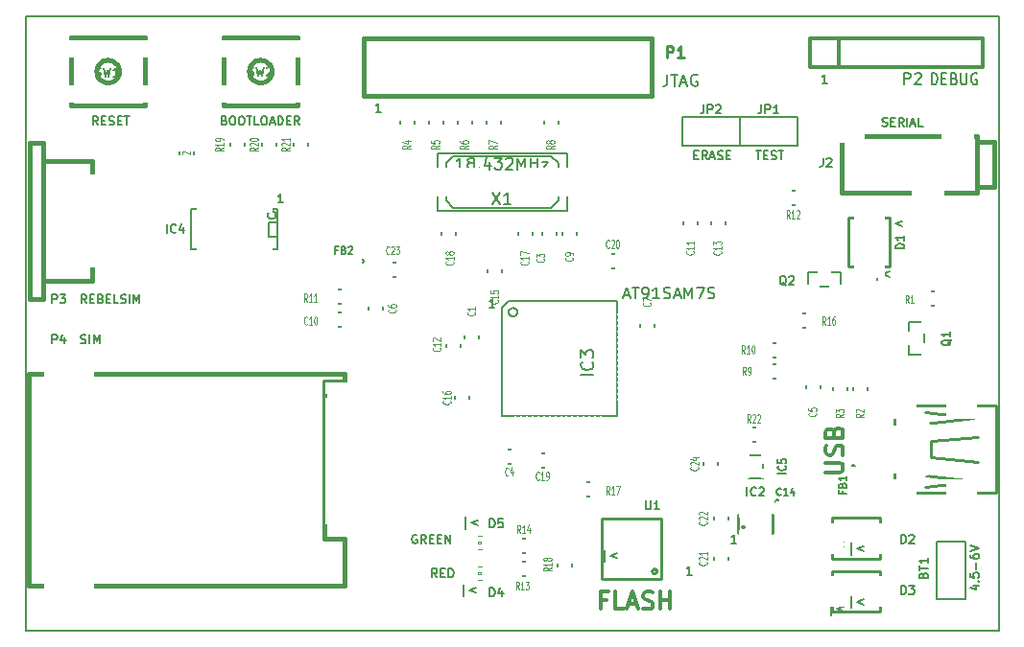
<source format=gto>
G04 (created by PCBNEW-RS274X (2011-05-25)-stable) date Fri 18 May 2012 19:27:03 CEST*
G01*
G70*
G90*
%MOIN*%
G04 Gerber Fmt 3.4, Leading zero omitted, Abs format*
%FSLAX34Y34*%
G04 APERTURE LIST*
%ADD10C,0.006000*%
%ADD11C,0.005900*%
%ADD12C,0.007500*%
%ADD13C,0.008000*%
%ADD14C,0.005000*%
%ADD15C,0.012000*%
%ADD16C,0.015000*%
%ADD17C,0.010000*%
%ADD18C,0.006500*%
%ADD19C,0.002600*%
%ADD20C,0.004000*%
%ADD21C,0.002000*%
%ADD22C,0.004500*%
%ADD23R,0.045000X0.065000*%
%ADD24R,0.065000X0.045000*%
%ADD25R,0.055000X0.075000*%
%ADD26R,0.075000X0.055000*%
%ADD27R,0.066000X0.015800*%
%ADD28O,0.066000X0.015800*%
%ADD29O,0.015800X0.066000*%
%ADD30R,0.080000X0.080000*%
%ADD31C,0.080000*%
%ADD32R,0.051500X0.055400*%
%ADD33R,0.055400X0.051500*%
%ADD34R,0.146000X0.059400*%
%ADD35C,0.055400*%
%ADD36R,0.098700X0.039700*%
%ADD37R,0.106600X0.118400*%
%ADD38R,0.110600X0.059400*%
%ADD39R,0.110600X0.039700*%
%ADD40R,0.177500X0.086900*%
%ADD41R,0.036000X0.094800*%
%ADD42R,0.040000X0.032000*%
%ADD43R,0.043600X0.063300*%
%ADD44R,0.110600X0.079800*%
%ADD45R,0.079800X0.110600*%
%ADD46R,0.057900X0.039700*%
%ADD47R,0.067200X0.067200*%
%ADD48R,0.114500X0.136100*%
%ADD49R,0.114500X0.124300*%
%ADD50C,0.059400*%
%ADD51R,0.236500X0.098700*%
%ADD52R,0.098700X0.043600*%
%ADD53R,0.185400X0.047600*%
G04 APERTURE END LIST*
G54D10*
X34565Y-53920D02*
X34565Y-53493D01*
X35007Y-53621D02*
X34779Y-53707D01*
X35007Y-53792D01*
X42415Y-55770D02*
X42415Y-55343D01*
X42857Y-55471D02*
X42629Y-55557D01*
X42857Y-55642D01*
X42415Y-53520D02*
X42415Y-53093D01*
X42857Y-53221D02*
X42629Y-53307D01*
X42857Y-53392D01*
X44465Y-42370D02*
X44465Y-41943D01*
X44907Y-42071D02*
X44679Y-42157D01*
X44907Y-42242D01*
G54D11*
X44015Y-44121D02*
X44015Y-43693D01*
X44458Y-43821D02*
X44229Y-43907D01*
X44458Y-43993D01*
X43115Y-55521D02*
X43115Y-55093D01*
X43558Y-55221D02*
X43329Y-55307D01*
X43558Y-55393D01*
X43115Y-53671D02*
X43115Y-53243D01*
X43558Y-53371D02*
X43329Y-53457D01*
X43558Y-53543D01*
X39136Y-53271D02*
X38965Y-53271D01*
X39050Y-53271D02*
X39050Y-52972D01*
X39022Y-53014D01*
X38993Y-53043D01*
X38965Y-53057D01*
X29665Y-55120D02*
X29665Y-54693D01*
X30107Y-54821D02*
X29879Y-54907D01*
X30107Y-54992D01*
X29715Y-52770D02*
X29715Y-52343D01*
X30157Y-52471D02*
X29929Y-52557D01*
X30157Y-52642D01*
X37586Y-54371D02*
X37414Y-54371D01*
X37500Y-54371D02*
X37500Y-54071D01*
X37471Y-54114D01*
X37443Y-54143D01*
X37414Y-54157D01*
G54D12*
X23386Y-41421D02*
X23214Y-41421D01*
X23300Y-41421D02*
X23300Y-41121D01*
X23271Y-41164D01*
X23243Y-41193D01*
X23214Y-41207D01*
X30736Y-45071D02*
X30564Y-45071D01*
X30650Y-45071D02*
X30650Y-44771D01*
X30621Y-44814D01*
X30593Y-44843D01*
X30564Y-44857D01*
X42286Y-37271D02*
X42114Y-37271D01*
X42200Y-37271D02*
X42200Y-36971D01*
X42171Y-37014D01*
X42143Y-37043D01*
X42114Y-37057D01*
G54D11*
X26786Y-38271D02*
X26614Y-38271D01*
X26700Y-38271D02*
X26700Y-37971D01*
X26671Y-38014D01*
X26643Y-38043D01*
X26614Y-38057D01*
G54D13*
X14450Y-56300D02*
X14450Y-34950D01*
X48250Y-56300D02*
X14450Y-56300D01*
X48250Y-34950D02*
X48250Y-56300D01*
X15250Y-34950D02*
X48250Y-34950D01*
X14450Y-34950D02*
X15250Y-34950D01*
G54D14*
X33537Y-51150D02*
X34437Y-51150D01*
X34437Y-51150D02*
X34437Y-51650D01*
X34437Y-51650D02*
X33537Y-51650D01*
X33537Y-51650D02*
X33537Y-51150D01*
X41945Y-45787D02*
X41045Y-45787D01*
X41045Y-45787D02*
X41045Y-45287D01*
X41045Y-45287D02*
X41945Y-45287D01*
X41945Y-45287D02*
X41945Y-45787D01*
X32200Y-53600D02*
X31300Y-53600D01*
X31300Y-53600D02*
X31300Y-53100D01*
X31300Y-53100D02*
X32200Y-53100D01*
X32200Y-53100D02*
X32200Y-53600D01*
X32200Y-54400D02*
X31300Y-54400D01*
X31300Y-54400D02*
X31300Y-53900D01*
X31300Y-53900D02*
X32200Y-53900D01*
X32200Y-53900D02*
X32200Y-54400D01*
X40692Y-41017D02*
X41592Y-41017D01*
X41592Y-41017D02*
X41592Y-41517D01*
X41592Y-41517D02*
X40692Y-41517D01*
X40692Y-41517D02*
X40692Y-41017D01*
X24900Y-44450D02*
X25800Y-44450D01*
X25800Y-44450D02*
X25800Y-44950D01*
X25800Y-44950D02*
X24900Y-44950D01*
X24900Y-44950D02*
X24900Y-44450D01*
X40000Y-46300D02*
X40900Y-46300D01*
X40900Y-46300D02*
X40900Y-46800D01*
X40900Y-46800D02*
X40000Y-46800D01*
X40000Y-46800D02*
X40000Y-46300D01*
X40000Y-47050D02*
X40900Y-47050D01*
X40900Y-47050D02*
X40900Y-47550D01*
X40900Y-47550D02*
X40000Y-47550D01*
X40000Y-47550D02*
X40000Y-47050D01*
X32950Y-38200D02*
X32950Y-39100D01*
X32950Y-39100D02*
X32450Y-39100D01*
X32450Y-39100D02*
X32450Y-38200D01*
X32450Y-38200D02*
X32950Y-38200D01*
X30950Y-38200D02*
X30950Y-39100D01*
X30950Y-39100D02*
X30450Y-39100D01*
X30450Y-39100D02*
X30450Y-38200D01*
X30450Y-38200D02*
X30950Y-38200D01*
X29950Y-38200D02*
X29950Y-39100D01*
X29950Y-39100D02*
X29450Y-39100D01*
X29450Y-39100D02*
X29450Y-38200D01*
X29450Y-38200D02*
X29950Y-38200D01*
X28950Y-38200D02*
X28950Y-39100D01*
X28950Y-39100D02*
X28450Y-39100D01*
X28450Y-39100D02*
X28450Y-38200D01*
X28450Y-38200D02*
X28950Y-38200D01*
X27950Y-38200D02*
X27950Y-39100D01*
X27950Y-39100D02*
X27450Y-39100D01*
X27450Y-39100D02*
X27450Y-38200D01*
X27450Y-38200D02*
X27950Y-38200D01*
X42500Y-48350D02*
X42500Y-47450D01*
X42500Y-47450D02*
X43000Y-47450D01*
X43000Y-47450D02*
X43000Y-48350D01*
X43000Y-48350D02*
X42500Y-48350D01*
X43200Y-48350D02*
X43200Y-47450D01*
X43200Y-47450D02*
X43700Y-47450D01*
X43700Y-47450D02*
X43700Y-48350D01*
X43700Y-48350D02*
X43200Y-48350D01*
X46400Y-45000D02*
X45500Y-45000D01*
X45500Y-45000D02*
X45500Y-44500D01*
X45500Y-44500D02*
X46400Y-44500D01*
X46400Y-44500D02*
X46400Y-45000D01*
X27701Y-44013D02*
X26801Y-44013D01*
X26801Y-44013D02*
X26801Y-43513D01*
X26801Y-43513D02*
X27701Y-43513D01*
X27701Y-43513D02*
X27701Y-44013D01*
X38850Y-51950D02*
X38850Y-52850D01*
X38850Y-52850D02*
X38350Y-52850D01*
X38350Y-52850D02*
X38350Y-51950D01*
X38350Y-51950D02*
X38850Y-51950D01*
X38350Y-54250D02*
X38350Y-53350D01*
X38350Y-53350D02*
X38850Y-53350D01*
X38850Y-53350D02*
X38850Y-54250D01*
X38850Y-54250D02*
X38350Y-54250D01*
X34400Y-43200D02*
X35300Y-43200D01*
X35300Y-43200D02*
X35300Y-43700D01*
X35300Y-43700D02*
X34400Y-43700D01*
X34400Y-43700D02*
X34400Y-43200D01*
X32875Y-50650D02*
X31975Y-50650D01*
X31975Y-50650D02*
X31975Y-50150D01*
X31975Y-50150D02*
X32875Y-50150D01*
X32875Y-50150D02*
X32875Y-50650D01*
X29400Y-42050D02*
X29400Y-42950D01*
X29400Y-42950D02*
X28900Y-42950D01*
X28900Y-42950D02*
X28900Y-42050D01*
X28900Y-42050D02*
X29400Y-42050D01*
X31550Y-42950D02*
X31550Y-42050D01*
X31550Y-42050D02*
X32050Y-42050D01*
X32050Y-42050D02*
X32050Y-42950D01*
X32050Y-42950D02*
X31550Y-42950D01*
X29850Y-47750D02*
X29850Y-48650D01*
X29850Y-48650D02*
X29350Y-48650D01*
X29350Y-48650D02*
X29350Y-47750D01*
X29350Y-47750D02*
X29850Y-47750D01*
X30500Y-44250D02*
X30500Y-43350D01*
X30500Y-43350D02*
X31000Y-43350D01*
X31000Y-43350D02*
X31000Y-44250D01*
X31000Y-44250D02*
X30500Y-44250D01*
X38250Y-42600D02*
X38250Y-41700D01*
X38250Y-41700D02*
X38750Y-41700D01*
X38750Y-41700D02*
X38750Y-42600D01*
X38750Y-42600D02*
X38250Y-42600D01*
X29050Y-46850D02*
X29050Y-45950D01*
X29050Y-45950D02*
X29550Y-45950D01*
X29550Y-45950D02*
X29550Y-46850D01*
X29550Y-46850D02*
X29050Y-46850D01*
X37300Y-42600D02*
X37300Y-41700D01*
X37300Y-41700D02*
X37800Y-41700D01*
X37800Y-41700D02*
X37800Y-42600D01*
X37800Y-42600D02*
X37300Y-42600D01*
X25800Y-45750D02*
X24900Y-45750D01*
X24900Y-45750D02*
X24900Y-45250D01*
X24900Y-45250D02*
X25800Y-45250D01*
X25800Y-45250D02*
X25800Y-45750D01*
X33100Y-42950D02*
X33100Y-42050D01*
X33100Y-42050D02*
X33600Y-42050D01*
X33600Y-42050D02*
X33600Y-42950D01*
X33600Y-42950D02*
X33100Y-42950D01*
X35800Y-46175D02*
X35800Y-45275D01*
X35800Y-45275D02*
X36300Y-45275D01*
X36300Y-45275D02*
X36300Y-46175D01*
X36300Y-46175D02*
X35800Y-46175D01*
X26350Y-45550D02*
X26350Y-44650D01*
X26350Y-44650D02*
X26850Y-44650D01*
X26850Y-44650D02*
X26850Y-45550D01*
X26850Y-45550D02*
X26350Y-45550D01*
X41550Y-48300D02*
X41550Y-47400D01*
X41550Y-47400D02*
X42050Y-47400D01*
X42050Y-47400D02*
X42050Y-48300D01*
X42050Y-48300D02*
X41550Y-48300D01*
X31700Y-50525D02*
X30800Y-50525D01*
X30800Y-50525D02*
X30800Y-50025D01*
X30800Y-50025D02*
X31700Y-50025D01*
X31700Y-50025D02*
X31700Y-50525D01*
X32397Y-42954D02*
X32397Y-42054D01*
X32397Y-42054D02*
X32897Y-42054D01*
X32897Y-42054D02*
X32897Y-42954D01*
X32897Y-42954D02*
X32397Y-42954D01*
X29700Y-46550D02*
X29700Y-45650D01*
X29700Y-45650D02*
X30200Y-45650D01*
X30200Y-45650D02*
X30200Y-46550D01*
X30200Y-46550D02*
X29700Y-46550D01*
X26195Y-43453D02*
X26194Y-43462D01*
X26191Y-43472D01*
X26186Y-43480D01*
X26180Y-43488D01*
X26172Y-43494D01*
X26164Y-43499D01*
X26155Y-43501D01*
X26145Y-43502D01*
X26136Y-43502D01*
X26127Y-43499D01*
X26118Y-43494D01*
X26111Y-43488D01*
X26104Y-43481D01*
X26100Y-43472D01*
X26097Y-43463D01*
X26096Y-43453D01*
X26096Y-43444D01*
X26099Y-43435D01*
X26103Y-43426D01*
X26110Y-43419D01*
X26117Y-43412D01*
X26125Y-43408D01*
X26135Y-43405D01*
X26144Y-43404D01*
X26153Y-43404D01*
X26163Y-43407D01*
X26171Y-43411D01*
X26179Y-43417D01*
X26185Y-43425D01*
X26190Y-43433D01*
X26193Y-43442D01*
X26194Y-43452D01*
X26195Y-43453D01*
X25695Y-43453D02*
X26095Y-43453D01*
X26095Y-43453D02*
X26095Y-44053D01*
X26095Y-44053D02*
X25695Y-44053D01*
X25295Y-44053D02*
X24895Y-44053D01*
X24895Y-44053D02*
X24895Y-43453D01*
X24895Y-43453D02*
X25295Y-43453D01*
X43250Y-50600D02*
X43249Y-50609D01*
X43246Y-50619D01*
X43241Y-50627D01*
X43235Y-50635D01*
X43227Y-50641D01*
X43219Y-50646D01*
X43210Y-50648D01*
X43200Y-50649D01*
X43191Y-50649D01*
X43182Y-50646D01*
X43173Y-50641D01*
X43166Y-50635D01*
X43159Y-50628D01*
X43155Y-50619D01*
X43152Y-50610D01*
X43151Y-50600D01*
X43151Y-50591D01*
X43154Y-50582D01*
X43158Y-50573D01*
X43165Y-50566D01*
X43172Y-50559D01*
X43180Y-50555D01*
X43190Y-50552D01*
X43199Y-50551D01*
X43208Y-50551D01*
X43218Y-50554D01*
X43226Y-50558D01*
X43234Y-50564D01*
X43240Y-50572D01*
X43245Y-50580D01*
X43248Y-50589D01*
X43249Y-50599D01*
X43250Y-50600D01*
X43200Y-51050D02*
X43200Y-50650D01*
X43200Y-50650D02*
X43800Y-50650D01*
X43800Y-50650D02*
X43800Y-51050D01*
X43800Y-51450D02*
X43800Y-51850D01*
X43800Y-51850D02*
X43200Y-51850D01*
X43200Y-51850D02*
X43200Y-51450D01*
G54D13*
X31532Y-45232D02*
X31529Y-45261D01*
X31520Y-45289D01*
X31506Y-45315D01*
X31488Y-45337D01*
X31465Y-45356D01*
X31440Y-45370D01*
X31412Y-45378D01*
X31383Y-45381D01*
X31354Y-45379D01*
X31326Y-45371D01*
X31300Y-45357D01*
X31278Y-45339D01*
X31259Y-45316D01*
X31245Y-45291D01*
X31236Y-45263D01*
X31233Y-45234D01*
X31235Y-45205D01*
X31243Y-45177D01*
X31256Y-45151D01*
X31275Y-45128D01*
X31297Y-45109D01*
X31322Y-45095D01*
X31350Y-45086D01*
X31379Y-45083D01*
X31408Y-45085D01*
X31436Y-45093D01*
X31462Y-45106D01*
X31485Y-45124D01*
X31504Y-45146D01*
X31519Y-45171D01*
X31528Y-45199D01*
X31531Y-45228D01*
X31532Y-45232D01*
X34982Y-48832D02*
X34982Y-44832D01*
X34982Y-44832D02*
X31232Y-44832D01*
X31232Y-44832D02*
X30982Y-45082D01*
X30982Y-45082D02*
X30982Y-48832D01*
X30982Y-48832D02*
X34982Y-48832D01*
G54D15*
X41700Y-36700D02*
X41700Y-35700D01*
X41700Y-35700D02*
X47700Y-35700D01*
X47700Y-35700D02*
X47700Y-36700D01*
X47700Y-36700D02*
X41700Y-36700D01*
X42700Y-36700D02*
X42700Y-35700D01*
G54D14*
X42771Y-43844D02*
X42771Y-44356D01*
X42771Y-44356D02*
X41629Y-44356D01*
X41629Y-44356D02*
X41629Y-43844D01*
X41629Y-43844D02*
X42771Y-43844D01*
X45144Y-45579D02*
X45656Y-45579D01*
X45656Y-45579D02*
X45656Y-46721D01*
X45656Y-46721D02*
X45144Y-46721D01*
X45144Y-46721D02*
X45144Y-45579D01*
G54D16*
X17694Y-36850D02*
X17686Y-36926D01*
X17664Y-37000D01*
X17628Y-37068D01*
X17579Y-37127D01*
X17520Y-37176D01*
X17452Y-37213D01*
X17379Y-37235D01*
X17302Y-37243D01*
X17227Y-37237D01*
X17153Y-37215D01*
X17085Y-37179D01*
X17025Y-37131D01*
X16975Y-37072D01*
X16938Y-37005D01*
X16915Y-36931D01*
X16907Y-36855D01*
X16913Y-36779D01*
X16934Y-36705D01*
X16969Y-36637D01*
X17017Y-36577D01*
X17076Y-36527D01*
X17143Y-36489D01*
X17216Y-36466D01*
X17292Y-36457D01*
X17368Y-36462D01*
X17442Y-36483D01*
X17511Y-36518D01*
X17571Y-36565D01*
X17621Y-36623D01*
X17659Y-36690D01*
X17684Y-36763D01*
X17693Y-36839D01*
X17694Y-36850D01*
X18580Y-35669D02*
X16020Y-35669D01*
X16020Y-35669D02*
X16020Y-38031D01*
X16020Y-38031D02*
X18580Y-38031D01*
X18580Y-38031D02*
X18580Y-35669D01*
X22994Y-36850D02*
X22986Y-36926D01*
X22964Y-37000D01*
X22928Y-37068D01*
X22879Y-37127D01*
X22820Y-37176D01*
X22752Y-37213D01*
X22679Y-37235D01*
X22602Y-37243D01*
X22527Y-37237D01*
X22453Y-37215D01*
X22385Y-37179D01*
X22325Y-37131D01*
X22275Y-37072D01*
X22238Y-37005D01*
X22215Y-36931D01*
X22207Y-36855D01*
X22213Y-36779D01*
X22234Y-36705D01*
X22269Y-36637D01*
X22317Y-36577D01*
X22376Y-36527D01*
X22443Y-36489D01*
X22516Y-36466D01*
X22592Y-36457D01*
X22668Y-36462D01*
X22742Y-36483D01*
X22811Y-36518D01*
X22871Y-36565D01*
X22921Y-36623D01*
X22959Y-36690D01*
X22984Y-36763D01*
X22993Y-36839D01*
X22994Y-36850D01*
X23880Y-35669D02*
X21320Y-35669D01*
X21320Y-35669D02*
X21320Y-38031D01*
X21320Y-38031D02*
X23880Y-38031D01*
X23880Y-38031D02*
X23880Y-35669D01*
G54D17*
X47540Y-50433D02*
X45886Y-50276D01*
X45886Y-50276D02*
X45886Y-49724D01*
X45886Y-49724D02*
X47540Y-49567D01*
X45689Y-49094D02*
X47382Y-48898D01*
X47382Y-48898D02*
X45689Y-48701D01*
X45689Y-51299D02*
X47382Y-51102D01*
X47382Y-51102D02*
X45689Y-50906D01*
X48170Y-51516D02*
X48170Y-48484D01*
X48170Y-48484D02*
X44626Y-48484D01*
X44626Y-48484D02*
X44626Y-51516D01*
X44626Y-51516D02*
X48170Y-51516D01*
G54D16*
X25541Y-53097D02*
X24824Y-53097D01*
X24824Y-53097D02*
X24824Y-47637D01*
X24824Y-47637D02*
X25541Y-47637D01*
X25541Y-47637D02*
X25541Y-47369D01*
X25541Y-47369D02*
X14576Y-47369D01*
X14576Y-47369D02*
X14576Y-51215D01*
X14576Y-51215D02*
X14576Y-54731D01*
X14576Y-54731D02*
X25541Y-54731D01*
X25541Y-54731D02*
X25541Y-53097D01*
G54D18*
X20200Y-43050D02*
X23200Y-43050D01*
X23200Y-41650D02*
X20200Y-41650D01*
X20200Y-43050D02*
X20200Y-41650D01*
G54D10*
X23200Y-41650D02*
X23200Y-43050D01*
G54D14*
X23141Y-41850D02*
X23138Y-41877D01*
X23130Y-41903D01*
X23117Y-41928D01*
X23100Y-41949D01*
X23078Y-41966D01*
X23054Y-41979D01*
X23028Y-41988D01*
X23000Y-41990D01*
X22974Y-41988D01*
X22948Y-41980D01*
X22923Y-41967D01*
X22902Y-41950D01*
X22884Y-41929D01*
X22871Y-41905D01*
X22863Y-41879D01*
X22860Y-41851D01*
X22862Y-41825D01*
X22869Y-41799D01*
X22882Y-41774D01*
X22899Y-41753D01*
X22920Y-41735D01*
X22944Y-41721D01*
X22970Y-41713D01*
X22998Y-41710D01*
X23024Y-41712D01*
X23050Y-41719D01*
X23075Y-41731D01*
X23097Y-41748D01*
X23115Y-41769D01*
X23128Y-41793D01*
X23137Y-41819D01*
X23140Y-41847D01*
X23141Y-41850D01*
X23200Y-42600D02*
X22900Y-42600D01*
X22900Y-42600D02*
X22900Y-42100D01*
X22900Y-42100D02*
X23200Y-42100D01*
X40200Y-49750D02*
X39300Y-49750D01*
X39300Y-49750D02*
X39300Y-49250D01*
X39300Y-49250D02*
X40200Y-49250D01*
X40200Y-49250D02*
X40200Y-49750D01*
X24250Y-38950D02*
X24250Y-39850D01*
X24250Y-39850D02*
X23750Y-39850D01*
X23750Y-39850D02*
X23750Y-38950D01*
X23750Y-38950D02*
X24250Y-38950D01*
X22650Y-39850D02*
X22650Y-38950D01*
X22650Y-38950D02*
X23150Y-38950D01*
X23150Y-38950D02*
X23150Y-39850D01*
X23150Y-39850D02*
X22650Y-39850D01*
X22050Y-38950D02*
X22050Y-39850D01*
X22050Y-39850D02*
X21550Y-39850D01*
X21550Y-39850D02*
X21550Y-38950D01*
X21550Y-38950D02*
X22050Y-38950D01*
X38500Y-50050D02*
X38500Y-50950D01*
X38500Y-50950D02*
X38000Y-50950D01*
X38000Y-50950D02*
X38000Y-50050D01*
X38000Y-50050D02*
X38500Y-50050D01*
G54D10*
X40050Y-51000D02*
X40050Y-50200D01*
X40050Y-50200D02*
X39550Y-50200D01*
X39550Y-50200D02*
X39550Y-51000D01*
X39550Y-51000D02*
X40050Y-51000D01*
G54D17*
X39394Y-52698D02*
X39393Y-52703D01*
X39391Y-52708D01*
X39389Y-52712D01*
X39386Y-52717D01*
X39382Y-52720D01*
X39377Y-52722D01*
X39372Y-52724D01*
X39367Y-52724D01*
X39362Y-52724D01*
X39357Y-52723D01*
X39353Y-52720D01*
X39349Y-52717D01*
X39345Y-52713D01*
X39343Y-52708D01*
X39341Y-52703D01*
X39341Y-52698D01*
X39341Y-52694D01*
X39342Y-52689D01*
X39345Y-52684D01*
X39348Y-52680D01*
X39352Y-52676D01*
X39357Y-52674D01*
X39362Y-52672D01*
X39367Y-52672D01*
X39371Y-52672D01*
X39376Y-52673D01*
X39381Y-52676D01*
X39385Y-52679D01*
X39389Y-52683D01*
X39391Y-52688D01*
X39393Y-52693D01*
X39393Y-52698D01*
X39394Y-52698D01*
X39209Y-52285D02*
X40391Y-52285D01*
X40391Y-52285D02*
X40391Y-52915D01*
X40391Y-52915D02*
X39209Y-52915D01*
X39209Y-52915D02*
X39209Y-52285D01*
X43041Y-43646D02*
X43041Y-41954D01*
X43041Y-41954D02*
X44459Y-41954D01*
X44459Y-41954D02*
X44459Y-43646D01*
X44459Y-43646D02*
X43041Y-43646D01*
G54D10*
X46100Y-53200D02*
X47100Y-53200D01*
X47100Y-53200D02*
X47100Y-55200D01*
X47100Y-55200D02*
X46100Y-55200D01*
X46100Y-55200D02*
X46100Y-53200D01*
G54D17*
X44146Y-53809D02*
X42454Y-53809D01*
X42454Y-53809D02*
X42454Y-52391D01*
X42454Y-52391D02*
X44146Y-52391D01*
X44146Y-52391D02*
X44146Y-53809D01*
X44146Y-55659D02*
X42454Y-55659D01*
X42454Y-55659D02*
X42454Y-54241D01*
X42454Y-54241D02*
X44146Y-54241D01*
X44146Y-54241D02*
X44146Y-55659D01*
X36366Y-54237D02*
X36364Y-54252D01*
X36360Y-54267D01*
X36352Y-54280D01*
X36343Y-54292D01*
X36331Y-54302D01*
X36317Y-54309D01*
X36302Y-54314D01*
X36287Y-54315D01*
X36273Y-54314D01*
X36258Y-54310D01*
X36244Y-54303D01*
X36232Y-54293D01*
X36222Y-54281D01*
X36215Y-54268D01*
X36210Y-54253D01*
X36209Y-54238D01*
X36210Y-54223D01*
X36214Y-54208D01*
X36221Y-54195D01*
X36231Y-54183D01*
X36242Y-54173D01*
X36256Y-54165D01*
X36271Y-54160D01*
X36286Y-54159D01*
X36300Y-54160D01*
X36315Y-54164D01*
X36329Y-54171D01*
X36341Y-54180D01*
X36351Y-54192D01*
X36359Y-54205D01*
X36364Y-54220D01*
X36365Y-54235D01*
X36366Y-54237D01*
X36543Y-52407D02*
X36543Y-54493D01*
X36543Y-54493D02*
X34457Y-54493D01*
X34457Y-54493D02*
X34457Y-52407D01*
X34457Y-52407D02*
X36543Y-52407D01*
G54D19*
X30054Y-53132D02*
X30054Y-53004D01*
X30054Y-53004D02*
X29857Y-53004D01*
X29857Y-53132D02*
X29857Y-53004D01*
X30054Y-53132D02*
X29857Y-53132D01*
X30054Y-53377D02*
X30054Y-53318D01*
X30054Y-53318D02*
X29955Y-53318D01*
X29955Y-53377D02*
X29955Y-53318D01*
X30054Y-53377D02*
X29955Y-53377D01*
X30054Y-53182D02*
X30054Y-53123D01*
X30054Y-53123D02*
X29955Y-53123D01*
X29955Y-53182D02*
X29955Y-53123D01*
X30054Y-53182D02*
X29955Y-53182D01*
X30054Y-53328D02*
X30054Y-53172D01*
X30054Y-53172D02*
X29985Y-53172D01*
X29985Y-53328D02*
X29985Y-53172D01*
X30054Y-53328D02*
X29985Y-53328D01*
X30643Y-53132D02*
X30643Y-53004D01*
X30643Y-53004D02*
X30446Y-53004D01*
X30446Y-53132D02*
X30446Y-53004D01*
X30643Y-53132D02*
X30446Y-53132D01*
X30643Y-53496D02*
X30643Y-53368D01*
X30643Y-53368D02*
X30446Y-53368D01*
X30446Y-53496D02*
X30446Y-53368D01*
X30643Y-53496D02*
X30446Y-53496D01*
X30545Y-53182D02*
X30545Y-53123D01*
X30545Y-53123D02*
X30446Y-53123D01*
X30446Y-53182D02*
X30446Y-53123D01*
X30545Y-53182D02*
X30446Y-53182D01*
X30545Y-53377D02*
X30545Y-53318D01*
X30545Y-53318D02*
X30446Y-53318D01*
X30446Y-53377D02*
X30446Y-53318D01*
X30545Y-53377D02*
X30446Y-53377D01*
X30515Y-53328D02*
X30515Y-53172D01*
X30515Y-53172D02*
X30446Y-53172D01*
X30446Y-53328D02*
X30446Y-53172D01*
X30515Y-53328D02*
X30446Y-53328D01*
X30250Y-53289D02*
X30250Y-53211D01*
X30250Y-53211D02*
X30172Y-53211D01*
X30172Y-53289D02*
X30172Y-53211D01*
X30250Y-53289D02*
X30172Y-53289D01*
X30054Y-53486D02*
X30054Y-53368D01*
X30054Y-53368D02*
X29936Y-53368D01*
X29936Y-53486D02*
X29936Y-53368D01*
X30054Y-53486D02*
X29936Y-53486D01*
X29886Y-53496D02*
X29886Y-53407D01*
X29886Y-53407D02*
X29857Y-53407D01*
X29857Y-53496D02*
X29857Y-53407D01*
X29886Y-53496D02*
X29857Y-53496D01*
G54D20*
X30044Y-53024D02*
X30456Y-53024D01*
X30446Y-53476D02*
X29886Y-53476D01*
G54D21*
X29944Y-53427D02*
X29943Y-53432D01*
X29941Y-53437D01*
X29939Y-53442D01*
X29935Y-53446D01*
X29931Y-53450D01*
X29926Y-53452D01*
X29921Y-53454D01*
X29916Y-53454D01*
X29911Y-53454D01*
X29906Y-53452D01*
X29901Y-53450D01*
X29897Y-53447D01*
X29893Y-53442D01*
X29891Y-53438D01*
X29889Y-53432D01*
X29889Y-53427D01*
X29889Y-53422D01*
X29890Y-53417D01*
X29893Y-53412D01*
X29896Y-53408D01*
X29901Y-53405D01*
X29905Y-53402D01*
X29910Y-53400D01*
X29916Y-53400D01*
X29920Y-53400D01*
X29926Y-53401D01*
X29931Y-53404D01*
X29935Y-53407D01*
X29938Y-53411D01*
X29941Y-53416D01*
X29943Y-53421D01*
X29943Y-53427D01*
X29944Y-53427D01*
G54D20*
X29857Y-53387D02*
X29868Y-53386D01*
X29880Y-53384D01*
X29892Y-53382D01*
X29903Y-53378D01*
X29914Y-53374D01*
X29925Y-53368D01*
X29935Y-53362D01*
X29945Y-53354D01*
X29953Y-53346D01*
X29961Y-53338D01*
X29969Y-53328D01*
X29975Y-53318D01*
X29981Y-53307D01*
X29985Y-53296D01*
X29989Y-53285D01*
X29991Y-53273D01*
X29993Y-53261D01*
X29994Y-53250D01*
X29993Y-53239D01*
X29991Y-53227D01*
X29989Y-53215D01*
X29985Y-53204D01*
X29981Y-53193D01*
X29975Y-53182D01*
X29969Y-53172D01*
X29961Y-53162D01*
X29953Y-53154D01*
X29945Y-53146D01*
X29935Y-53138D01*
X29925Y-53132D01*
X29914Y-53126D01*
X29903Y-53122D01*
X29892Y-53118D01*
X29880Y-53116D01*
X29868Y-53114D01*
X29857Y-53113D01*
X30643Y-53113D02*
X30632Y-53114D01*
X30620Y-53116D01*
X30608Y-53118D01*
X30597Y-53122D01*
X30586Y-53126D01*
X30575Y-53132D01*
X30565Y-53138D01*
X30555Y-53146D01*
X30547Y-53154D01*
X30539Y-53162D01*
X30531Y-53172D01*
X30525Y-53182D01*
X30519Y-53193D01*
X30515Y-53204D01*
X30511Y-53215D01*
X30509Y-53227D01*
X30507Y-53239D01*
X30506Y-53250D01*
X30507Y-53261D01*
X30509Y-53273D01*
X30511Y-53285D01*
X30515Y-53296D01*
X30519Y-53307D01*
X30525Y-53318D01*
X30531Y-53328D01*
X30539Y-53338D01*
X30547Y-53346D01*
X30555Y-53354D01*
X30565Y-53362D01*
X30575Y-53368D01*
X30586Y-53374D01*
X30597Y-53378D01*
X30608Y-53382D01*
X30620Y-53384D01*
X30632Y-53386D01*
X30643Y-53387D01*
G54D19*
X30054Y-54182D02*
X30054Y-54054D01*
X30054Y-54054D02*
X29857Y-54054D01*
X29857Y-54182D02*
X29857Y-54054D01*
X30054Y-54182D02*
X29857Y-54182D01*
X30054Y-54427D02*
X30054Y-54368D01*
X30054Y-54368D02*
X29955Y-54368D01*
X29955Y-54427D02*
X29955Y-54368D01*
X30054Y-54427D02*
X29955Y-54427D01*
X30054Y-54232D02*
X30054Y-54173D01*
X30054Y-54173D02*
X29955Y-54173D01*
X29955Y-54232D02*
X29955Y-54173D01*
X30054Y-54232D02*
X29955Y-54232D01*
X30054Y-54378D02*
X30054Y-54222D01*
X30054Y-54222D02*
X29985Y-54222D01*
X29985Y-54378D02*
X29985Y-54222D01*
X30054Y-54378D02*
X29985Y-54378D01*
X30643Y-54182D02*
X30643Y-54054D01*
X30643Y-54054D02*
X30446Y-54054D01*
X30446Y-54182D02*
X30446Y-54054D01*
X30643Y-54182D02*
X30446Y-54182D01*
X30643Y-54546D02*
X30643Y-54418D01*
X30643Y-54418D02*
X30446Y-54418D01*
X30446Y-54546D02*
X30446Y-54418D01*
X30643Y-54546D02*
X30446Y-54546D01*
X30545Y-54232D02*
X30545Y-54173D01*
X30545Y-54173D02*
X30446Y-54173D01*
X30446Y-54232D02*
X30446Y-54173D01*
X30545Y-54232D02*
X30446Y-54232D01*
X30545Y-54427D02*
X30545Y-54368D01*
X30545Y-54368D02*
X30446Y-54368D01*
X30446Y-54427D02*
X30446Y-54368D01*
X30545Y-54427D02*
X30446Y-54427D01*
X30515Y-54378D02*
X30515Y-54222D01*
X30515Y-54222D02*
X30446Y-54222D01*
X30446Y-54378D02*
X30446Y-54222D01*
X30515Y-54378D02*
X30446Y-54378D01*
X30250Y-54339D02*
X30250Y-54261D01*
X30250Y-54261D02*
X30172Y-54261D01*
X30172Y-54339D02*
X30172Y-54261D01*
X30250Y-54339D02*
X30172Y-54339D01*
X30054Y-54536D02*
X30054Y-54418D01*
X30054Y-54418D02*
X29936Y-54418D01*
X29936Y-54536D02*
X29936Y-54418D01*
X30054Y-54536D02*
X29936Y-54536D01*
X29886Y-54546D02*
X29886Y-54457D01*
X29886Y-54457D02*
X29857Y-54457D01*
X29857Y-54546D02*
X29857Y-54457D01*
X29886Y-54546D02*
X29857Y-54546D01*
G54D20*
X30044Y-54074D02*
X30456Y-54074D01*
X30446Y-54526D02*
X29886Y-54526D01*
G54D21*
X29944Y-54477D02*
X29943Y-54482D01*
X29941Y-54487D01*
X29939Y-54492D01*
X29935Y-54496D01*
X29931Y-54500D01*
X29926Y-54502D01*
X29921Y-54504D01*
X29916Y-54504D01*
X29911Y-54504D01*
X29906Y-54502D01*
X29901Y-54500D01*
X29897Y-54497D01*
X29893Y-54492D01*
X29891Y-54488D01*
X29889Y-54482D01*
X29889Y-54477D01*
X29889Y-54472D01*
X29890Y-54467D01*
X29893Y-54462D01*
X29896Y-54458D01*
X29901Y-54455D01*
X29905Y-54452D01*
X29910Y-54450D01*
X29916Y-54450D01*
X29920Y-54450D01*
X29926Y-54451D01*
X29931Y-54454D01*
X29935Y-54457D01*
X29938Y-54461D01*
X29941Y-54466D01*
X29943Y-54471D01*
X29943Y-54477D01*
X29944Y-54477D01*
G54D20*
X29857Y-54437D02*
X29868Y-54436D01*
X29880Y-54434D01*
X29892Y-54432D01*
X29903Y-54428D01*
X29914Y-54424D01*
X29925Y-54418D01*
X29935Y-54412D01*
X29945Y-54404D01*
X29953Y-54396D01*
X29961Y-54388D01*
X29969Y-54378D01*
X29975Y-54368D01*
X29981Y-54357D01*
X29985Y-54346D01*
X29989Y-54335D01*
X29991Y-54323D01*
X29993Y-54311D01*
X29994Y-54300D01*
X29993Y-54289D01*
X29991Y-54277D01*
X29989Y-54265D01*
X29985Y-54254D01*
X29981Y-54243D01*
X29975Y-54232D01*
X29969Y-54222D01*
X29961Y-54212D01*
X29953Y-54204D01*
X29945Y-54196D01*
X29935Y-54188D01*
X29925Y-54182D01*
X29914Y-54176D01*
X29903Y-54172D01*
X29892Y-54168D01*
X29880Y-54166D01*
X29868Y-54164D01*
X29857Y-54163D01*
X30643Y-54163D02*
X30632Y-54164D01*
X30620Y-54166D01*
X30608Y-54168D01*
X30597Y-54172D01*
X30586Y-54176D01*
X30575Y-54182D01*
X30565Y-54188D01*
X30555Y-54196D01*
X30547Y-54204D01*
X30539Y-54212D01*
X30531Y-54222D01*
X30525Y-54232D01*
X30519Y-54243D01*
X30515Y-54254D01*
X30511Y-54265D01*
X30509Y-54277D01*
X30507Y-54289D01*
X30506Y-54300D01*
X30507Y-54311D01*
X30509Y-54323D01*
X30511Y-54335D01*
X30515Y-54346D01*
X30519Y-54357D01*
X30525Y-54368D01*
X30531Y-54378D01*
X30539Y-54388D01*
X30547Y-54396D01*
X30555Y-54404D01*
X30565Y-54412D01*
X30575Y-54418D01*
X30586Y-54424D01*
X30597Y-54428D01*
X30608Y-54432D01*
X30620Y-54434D01*
X30632Y-54436D01*
X30643Y-54437D01*
G54D16*
X36200Y-37700D02*
X26200Y-37700D01*
X36200Y-35700D02*
X26200Y-35700D01*
X26200Y-35700D02*
X26200Y-37700D01*
X36202Y-37700D02*
X36202Y-35700D01*
G54D10*
X37250Y-39450D02*
X37250Y-38450D01*
X37250Y-38450D02*
X39250Y-38450D01*
X39250Y-38450D02*
X39250Y-39450D01*
X39250Y-39450D02*
X37250Y-39450D01*
X39250Y-39450D02*
X39250Y-38450D01*
X39250Y-38450D02*
X41250Y-38450D01*
X41250Y-38450D02*
X41250Y-39450D01*
X41250Y-39450D02*
X39250Y-39450D01*
G54D16*
X47512Y-40887D02*
X48103Y-40887D01*
X48103Y-40887D02*
X48103Y-39313D01*
X48103Y-39313D02*
X47512Y-39313D01*
X47512Y-41084D02*
X42788Y-41084D01*
X42788Y-41084D02*
X42788Y-39116D01*
X42788Y-39116D02*
X47512Y-39116D01*
X47512Y-39116D02*
X47512Y-41084D01*
G54D13*
X32950Y-41350D02*
X32950Y-40050D01*
X32950Y-40050D02*
X32700Y-39800D01*
X32700Y-39800D02*
X29300Y-39800D01*
X29300Y-39800D02*
X29050Y-40050D01*
X29050Y-40050D02*
X29050Y-41350D01*
X29050Y-41350D02*
X29300Y-41600D01*
X29300Y-41600D02*
X32700Y-41600D01*
X32700Y-41600D02*
X32950Y-41350D01*
X28750Y-41700D02*
X28750Y-39700D01*
X28750Y-39700D02*
X33250Y-39700D01*
X33250Y-39700D02*
X33250Y-41700D01*
X33250Y-41700D02*
X28750Y-41700D01*
G54D14*
X33428Y-53586D02*
X33428Y-54486D01*
X33428Y-54486D02*
X32928Y-54486D01*
X32928Y-54486D02*
X32928Y-53586D01*
X32928Y-53586D02*
X33428Y-53586D01*
G54D16*
X15057Y-39963D02*
X16750Y-39963D01*
X16750Y-39963D02*
X16750Y-44137D01*
X16750Y-44137D02*
X15057Y-44137D01*
X14585Y-39333D02*
X15057Y-39333D01*
X14585Y-44767D02*
X15057Y-44767D01*
X14585Y-39333D02*
X14585Y-44767D01*
X15057Y-44767D02*
X15057Y-39333D01*
G54D14*
X40600Y-51800D02*
X40599Y-51809D01*
X40596Y-51819D01*
X40591Y-51827D01*
X40585Y-51835D01*
X40577Y-51841D01*
X40569Y-51846D01*
X40560Y-51848D01*
X40550Y-51849D01*
X40541Y-51849D01*
X40532Y-51846D01*
X40523Y-51841D01*
X40516Y-51835D01*
X40509Y-51828D01*
X40505Y-51819D01*
X40502Y-51810D01*
X40501Y-51800D01*
X40501Y-51791D01*
X40504Y-51782D01*
X40508Y-51773D01*
X40515Y-51766D01*
X40522Y-51759D01*
X40530Y-51755D01*
X40540Y-51752D01*
X40549Y-51751D01*
X40558Y-51751D01*
X40568Y-51754D01*
X40576Y-51758D01*
X40584Y-51764D01*
X40590Y-51772D01*
X40595Y-51780D01*
X40598Y-51789D01*
X40599Y-51799D01*
X40600Y-51800D01*
X40550Y-52250D02*
X40550Y-51850D01*
X40550Y-51850D02*
X41150Y-51850D01*
X41150Y-51850D02*
X41150Y-52250D01*
X41150Y-52650D02*
X41150Y-53050D01*
X41150Y-53050D02*
X40550Y-53050D01*
X40550Y-53050D02*
X40550Y-52650D01*
X20300Y-39250D02*
X20300Y-40150D01*
X20300Y-40150D02*
X19800Y-40150D01*
X19800Y-40150D02*
X19800Y-39250D01*
X19800Y-39250D02*
X20300Y-39250D01*
G54D22*
X34735Y-51563D02*
X34675Y-51430D01*
X34632Y-51563D02*
X34632Y-51283D01*
X34700Y-51283D01*
X34718Y-51297D01*
X34726Y-51310D01*
X34735Y-51337D01*
X34735Y-51377D01*
X34726Y-51403D01*
X34718Y-51417D01*
X34700Y-51430D01*
X34632Y-51430D01*
X34906Y-51563D02*
X34803Y-51563D01*
X34855Y-51563D02*
X34855Y-51283D01*
X34838Y-51323D01*
X34820Y-51350D01*
X34803Y-51363D01*
X34966Y-51283D02*
X35086Y-51283D01*
X35009Y-51563D01*
X42235Y-45663D02*
X42175Y-45530D01*
X42132Y-45663D02*
X42132Y-45383D01*
X42200Y-45383D01*
X42218Y-45397D01*
X42226Y-45410D01*
X42235Y-45437D01*
X42235Y-45477D01*
X42226Y-45503D01*
X42218Y-45517D01*
X42200Y-45530D01*
X42132Y-45530D01*
X42406Y-45663D02*
X42303Y-45663D01*
X42355Y-45663D02*
X42355Y-45383D01*
X42338Y-45423D01*
X42320Y-45450D01*
X42303Y-45463D01*
X42560Y-45383D02*
X42526Y-45383D01*
X42509Y-45397D01*
X42500Y-45410D01*
X42483Y-45450D01*
X42474Y-45503D01*
X42474Y-45610D01*
X42483Y-45637D01*
X42491Y-45650D01*
X42509Y-45663D01*
X42543Y-45663D01*
X42560Y-45650D01*
X42569Y-45637D01*
X42577Y-45610D01*
X42577Y-45543D01*
X42569Y-45517D01*
X42560Y-45503D01*
X42543Y-45490D01*
X42509Y-45490D01*
X42491Y-45503D01*
X42483Y-45517D01*
X42474Y-45543D01*
X31635Y-52913D02*
X31575Y-52780D01*
X31532Y-52913D02*
X31532Y-52633D01*
X31600Y-52633D01*
X31618Y-52647D01*
X31626Y-52660D01*
X31635Y-52687D01*
X31635Y-52727D01*
X31626Y-52753D01*
X31618Y-52767D01*
X31600Y-52780D01*
X31532Y-52780D01*
X31806Y-52913D02*
X31703Y-52913D01*
X31755Y-52913D02*
X31755Y-52633D01*
X31738Y-52673D01*
X31720Y-52700D01*
X31703Y-52713D01*
X31960Y-52727D02*
X31960Y-52913D01*
X31917Y-52620D02*
X31874Y-52820D01*
X31986Y-52820D01*
X31585Y-54882D02*
X31525Y-54749D01*
X31482Y-54882D02*
X31482Y-54602D01*
X31550Y-54602D01*
X31568Y-54616D01*
X31576Y-54629D01*
X31585Y-54656D01*
X31585Y-54696D01*
X31576Y-54722D01*
X31568Y-54736D01*
X31550Y-54749D01*
X31482Y-54749D01*
X31756Y-54882D02*
X31653Y-54882D01*
X31705Y-54882D02*
X31705Y-54602D01*
X31688Y-54642D01*
X31670Y-54669D01*
X31653Y-54682D01*
X31816Y-54602D02*
X31927Y-54602D01*
X31867Y-54709D01*
X31893Y-54709D01*
X31910Y-54722D01*
X31919Y-54736D01*
X31927Y-54762D01*
X31927Y-54829D01*
X31919Y-54856D01*
X31910Y-54869D01*
X31893Y-54882D01*
X31841Y-54882D01*
X31824Y-54869D01*
X31816Y-54856D01*
X40985Y-41963D02*
X40925Y-41830D01*
X40882Y-41963D02*
X40882Y-41683D01*
X40950Y-41683D01*
X40968Y-41697D01*
X40976Y-41710D01*
X40985Y-41737D01*
X40985Y-41777D01*
X40976Y-41803D01*
X40968Y-41817D01*
X40950Y-41830D01*
X40882Y-41830D01*
X41156Y-41963D02*
X41053Y-41963D01*
X41105Y-41963D02*
X41105Y-41683D01*
X41088Y-41723D01*
X41070Y-41750D01*
X41053Y-41763D01*
X41224Y-41710D02*
X41233Y-41697D01*
X41250Y-41683D01*
X41293Y-41683D01*
X41310Y-41697D01*
X41319Y-41710D01*
X41327Y-41737D01*
X41327Y-41763D01*
X41319Y-41803D01*
X41216Y-41963D01*
X41327Y-41963D01*
X24235Y-44863D02*
X24175Y-44730D01*
X24132Y-44863D02*
X24132Y-44583D01*
X24200Y-44583D01*
X24218Y-44597D01*
X24226Y-44610D01*
X24235Y-44637D01*
X24235Y-44677D01*
X24226Y-44703D01*
X24218Y-44717D01*
X24200Y-44730D01*
X24132Y-44730D01*
X24406Y-44863D02*
X24303Y-44863D01*
X24355Y-44863D02*
X24355Y-44583D01*
X24338Y-44623D01*
X24320Y-44650D01*
X24303Y-44663D01*
X24577Y-44863D02*
X24474Y-44863D01*
X24526Y-44863D02*
X24526Y-44583D01*
X24509Y-44623D01*
X24491Y-44650D01*
X24474Y-44663D01*
X39435Y-46663D02*
X39375Y-46530D01*
X39332Y-46663D02*
X39332Y-46383D01*
X39400Y-46383D01*
X39418Y-46397D01*
X39426Y-46410D01*
X39435Y-46437D01*
X39435Y-46477D01*
X39426Y-46503D01*
X39418Y-46517D01*
X39400Y-46530D01*
X39332Y-46530D01*
X39606Y-46663D02*
X39503Y-46663D01*
X39555Y-46663D02*
X39555Y-46383D01*
X39538Y-46423D01*
X39520Y-46450D01*
X39503Y-46463D01*
X39717Y-46383D02*
X39734Y-46383D01*
X39751Y-46397D01*
X39760Y-46410D01*
X39769Y-46437D01*
X39777Y-46490D01*
X39777Y-46557D01*
X39769Y-46610D01*
X39760Y-46637D01*
X39751Y-46650D01*
X39734Y-46663D01*
X39717Y-46663D01*
X39700Y-46650D01*
X39691Y-46637D01*
X39683Y-46610D01*
X39674Y-46557D01*
X39674Y-46490D01*
X39683Y-46437D01*
X39691Y-46410D01*
X39700Y-46397D01*
X39717Y-46383D01*
X39471Y-47413D02*
X39411Y-47280D01*
X39368Y-47413D02*
X39368Y-47133D01*
X39436Y-47133D01*
X39454Y-47147D01*
X39462Y-47160D01*
X39471Y-47187D01*
X39471Y-47227D01*
X39462Y-47253D01*
X39454Y-47267D01*
X39436Y-47280D01*
X39368Y-47280D01*
X39556Y-47413D02*
X39591Y-47413D01*
X39608Y-47400D01*
X39616Y-47387D01*
X39634Y-47347D01*
X39642Y-47293D01*
X39642Y-47187D01*
X39634Y-47160D01*
X39625Y-47147D01*
X39608Y-47133D01*
X39574Y-47133D01*
X39556Y-47147D01*
X39548Y-47160D01*
X39539Y-47187D01*
X39539Y-47253D01*
X39548Y-47280D01*
X39556Y-47293D01*
X39574Y-47307D01*
X39608Y-47307D01*
X39625Y-47293D01*
X39634Y-47280D01*
X39642Y-47253D01*
X32813Y-39429D02*
X32680Y-39489D01*
X32813Y-39532D02*
X32533Y-39532D01*
X32533Y-39464D01*
X32547Y-39446D01*
X32560Y-39438D01*
X32587Y-39429D01*
X32627Y-39429D01*
X32653Y-39438D01*
X32667Y-39446D01*
X32680Y-39464D01*
X32680Y-39532D01*
X32653Y-39326D02*
X32640Y-39344D01*
X32627Y-39352D01*
X32600Y-39361D01*
X32587Y-39361D01*
X32560Y-39352D01*
X32547Y-39344D01*
X32533Y-39326D01*
X32533Y-39292D01*
X32547Y-39275D01*
X32560Y-39266D01*
X32587Y-39258D01*
X32600Y-39258D01*
X32627Y-39266D01*
X32640Y-39275D01*
X32653Y-39292D01*
X32653Y-39326D01*
X32667Y-39344D01*
X32680Y-39352D01*
X32707Y-39361D01*
X32760Y-39361D01*
X32787Y-39352D01*
X32800Y-39344D01*
X32813Y-39326D01*
X32813Y-39292D01*
X32800Y-39275D01*
X32787Y-39266D01*
X32760Y-39258D01*
X32707Y-39258D01*
X32680Y-39266D01*
X32667Y-39275D01*
X32653Y-39292D01*
X30813Y-39429D02*
X30680Y-39489D01*
X30813Y-39532D02*
X30533Y-39532D01*
X30533Y-39464D01*
X30547Y-39446D01*
X30560Y-39438D01*
X30587Y-39429D01*
X30627Y-39429D01*
X30653Y-39438D01*
X30667Y-39446D01*
X30680Y-39464D01*
X30680Y-39532D01*
X30533Y-39369D02*
X30533Y-39249D01*
X30813Y-39326D01*
X29813Y-39429D02*
X29680Y-39489D01*
X29813Y-39532D02*
X29533Y-39532D01*
X29533Y-39464D01*
X29547Y-39446D01*
X29560Y-39438D01*
X29587Y-39429D01*
X29627Y-39429D01*
X29653Y-39438D01*
X29667Y-39446D01*
X29680Y-39464D01*
X29680Y-39532D01*
X29533Y-39275D02*
X29533Y-39309D01*
X29547Y-39326D01*
X29560Y-39335D01*
X29600Y-39352D01*
X29653Y-39361D01*
X29760Y-39361D01*
X29787Y-39352D01*
X29800Y-39344D01*
X29813Y-39326D01*
X29813Y-39292D01*
X29800Y-39275D01*
X29787Y-39266D01*
X29760Y-39258D01*
X29693Y-39258D01*
X29667Y-39266D01*
X29653Y-39275D01*
X29640Y-39292D01*
X29640Y-39326D01*
X29653Y-39344D01*
X29667Y-39352D01*
X29693Y-39361D01*
X28813Y-39429D02*
X28680Y-39489D01*
X28813Y-39532D02*
X28533Y-39532D01*
X28533Y-39464D01*
X28547Y-39446D01*
X28560Y-39438D01*
X28587Y-39429D01*
X28627Y-39429D01*
X28653Y-39438D01*
X28667Y-39446D01*
X28680Y-39464D01*
X28680Y-39532D01*
X28533Y-39266D02*
X28533Y-39352D01*
X28667Y-39361D01*
X28653Y-39352D01*
X28640Y-39335D01*
X28640Y-39292D01*
X28653Y-39275D01*
X28667Y-39266D01*
X28693Y-39258D01*
X28760Y-39258D01*
X28787Y-39266D01*
X28800Y-39275D01*
X28813Y-39292D01*
X28813Y-39335D01*
X28800Y-39352D01*
X28787Y-39361D01*
X27813Y-39429D02*
X27680Y-39489D01*
X27813Y-39532D02*
X27533Y-39532D01*
X27533Y-39464D01*
X27547Y-39446D01*
X27560Y-39438D01*
X27587Y-39429D01*
X27627Y-39429D01*
X27653Y-39438D01*
X27667Y-39446D01*
X27680Y-39464D01*
X27680Y-39532D01*
X27627Y-39275D02*
X27813Y-39275D01*
X27520Y-39318D02*
X27720Y-39361D01*
X27720Y-39249D01*
X42863Y-48779D02*
X42730Y-48839D01*
X42863Y-48882D02*
X42583Y-48882D01*
X42583Y-48814D01*
X42597Y-48796D01*
X42610Y-48788D01*
X42637Y-48779D01*
X42677Y-48779D01*
X42703Y-48788D01*
X42717Y-48796D01*
X42730Y-48814D01*
X42730Y-48882D01*
X42583Y-48719D02*
X42583Y-48608D01*
X42690Y-48668D01*
X42690Y-48642D01*
X42703Y-48625D01*
X42717Y-48616D01*
X42743Y-48608D01*
X42810Y-48608D01*
X42837Y-48616D01*
X42850Y-48625D01*
X42863Y-48642D01*
X42863Y-48694D01*
X42850Y-48711D01*
X42837Y-48719D01*
X43563Y-48779D02*
X43430Y-48839D01*
X43563Y-48882D02*
X43283Y-48882D01*
X43283Y-48814D01*
X43297Y-48796D01*
X43310Y-48788D01*
X43337Y-48779D01*
X43377Y-48779D01*
X43403Y-48788D01*
X43417Y-48796D01*
X43430Y-48814D01*
X43430Y-48882D01*
X43310Y-48711D02*
X43297Y-48702D01*
X43283Y-48685D01*
X43283Y-48642D01*
X43297Y-48625D01*
X43310Y-48616D01*
X43337Y-48608D01*
X43363Y-48608D01*
X43403Y-48616D01*
X43563Y-48719D01*
X43563Y-48608D01*
X45121Y-44913D02*
X45061Y-44780D01*
X45018Y-44913D02*
X45018Y-44633D01*
X45086Y-44633D01*
X45104Y-44647D01*
X45112Y-44660D01*
X45121Y-44687D01*
X45121Y-44727D01*
X45112Y-44753D01*
X45104Y-44767D01*
X45086Y-44780D01*
X45018Y-44780D01*
X45292Y-44913D02*
X45189Y-44913D01*
X45241Y-44913D02*
X45241Y-44633D01*
X45224Y-44673D01*
X45206Y-44700D01*
X45189Y-44713D01*
X27085Y-43187D02*
X27076Y-43200D01*
X27050Y-43213D01*
X27033Y-43213D01*
X27008Y-43200D01*
X26990Y-43173D01*
X26982Y-43147D01*
X26973Y-43093D01*
X26973Y-43053D01*
X26982Y-43000D01*
X26990Y-42973D01*
X27008Y-42947D01*
X27033Y-42933D01*
X27050Y-42933D01*
X27076Y-42947D01*
X27085Y-42960D01*
X27153Y-42960D02*
X27162Y-42947D01*
X27179Y-42933D01*
X27222Y-42933D01*
X27239Y-42947D01*
X27248Y-42960D01*
X27256Y-42987D01*
X27256Y-43013D01*
X27248Y-43053D01*
X27145Y-43213D01*
X27256Y-43213D01*
X27316Y-42933D02*
X27427Y-42933D01*
X27367Y-43040D01*
X27393Y-43040D01*
X27410Y-43053D01*
X27419Y-43067D01*
X27427Y-43093D01*
X27427Y-43160D01*
X27419Y-43187D01*
X27410Y-43200D01*
X27393Y-43213D01*
X27341Y-43213D01*
X27324Y-43200D01*
X27316Y-43187D01*
X38087Y-52515D02*
X38100Y-52524D01*
X38113Y-52550D01*
X38113Y-52567D01*
X38100Y-52592D01*
X38073Y-52610D01*
X38047Y-52618D01*
X37993Y-52627D01*
X37953Y-52627D01*
X37900Y-52618D01*
X37873Y-52610D01*
X37847Y-52592D01*
X37833Y-52567D01*
X37833Y-52550D01*
X37847Y-52524D01*
X37860Y-52515D01*
X37860Y-52447D02*
X37847Y-52438D01*
X37833Y-52421D01*
X37833Y-52378D01*
X37847Y-52361D01*
X37860Y-52352D01*
X37887Y-52344D01*
X37913Y-52344D01*
X37953Y-52352D01*
X38113Y-52455D01*
X38113Y-52344D01*
X37860Y-52276D02*
X37847Y-52267D01*
X37833Y-52250D01*
X37833Y-52207D01*
X37847Y-52190D01*
X37860Y-52181D01*
X37887Y-52173D01*
X37913Y-52173D01*
X37953Y-52181D01*
X38113Y-52284D01*
X38113Y-52173D01*
X38087Y-53915D02*
X38100Y-53924D01*
X38113Y-53950D01*
X38113Y-53967D01*
X38100Y-53992D01*
X38073Y-54010D01*
X38047Y-54018D01*
X37993Y-54027D01*
X37953Y-54027D01*
X37900Y-54018D01*
X37873Y-54010D01*
X37847Y-53992D01*
X37833Y-53967D01*
X37833Y-53950D01*
X37847Y-53924D01*
X37860Y-53915D01*
X37860Y-53847D02*
X37847Y-53838D01*
X37833Y-53821D01*
X37833Y-53778D01*
X37847Y-53761D01*
X37860Y-53752D01*
X37887Y-53744D01*
X37913Y-53744D01*
X37953Y-53752D01*
X38113Y-53855D01*
X38113Y-53744D01*
X38113Y-53573D02*
X38113Y-53676D01*
X38113Y-53624D02*
X37833Y-53624D01*
X37873Y-53641D01*
X37900Y-53659D01*
X37913Y-53676D01*
X34720Y-42972D02*
X34711Y-42985D01*
X34685Y-42998D01*
X34668Y-42998D01*
X34643Y-42985D01*
X34625Y-42958D01*
X34617Y-42932D01*
X34608Y-42878D01*
X34608Y-42838D01*
X34617Y-42785D01*
X34625Y-42758D01*
X34643Y-42732D01*
X34668Y-42718D01*
X34685Y-42718D01*
X34711Y-42732D01*
X34720Y-42745D01*
X34788Y-42745D02*
X34797Y-42732D01*
X34814Y-42718D01*
X34857Y-42718D01*
X34874Y-42732D01*
X34883Y-42745D01*
X34891Y-42772D01*
X34891Y-42798D01*
X34883Y-42838D01*
X34780Y-42998D01*
X34891Y-42998D01*
X35002Y-42718D02*
X35019Y-42718D01*
X35036Y-42732D01*
X35045Y-42745D01*
X35054Y-42772D01*
X35062Y-42825D01*
X35062Y-42892D01*
X35054Y-42945D01*
X35045Y-42972D01*
X35036Y-42985D01*
X35019Y-42998D01*
X35002Y-42998D01*
X34985Y-42985D01*
X34976Y-42972D01*
X34968Y-42945D01*
X34959Y-42892D01*
X34959Y-42825D01*
X34968Y-42772D01*
X34976Y-42745D01*
X34985Y-42732D01*
X35002Y-42718D01*
X32285Y-51037D02*
X32276Y-51050D01*
X32250Y-51063D01*
X32233Y-51063D01*
X32208Y-51050D01*
X32190Y-51023D01*
X32182Y-50997D01*
X32173Y-50943D01*
X32173Y-50903D01*
X32182Y-50850D01*
X32190Y-50823D01*
X32208Y-50797D01*
X32233Y-50783D01*
X32250Y-50783D01*
X32276Y-50797D01*
X32285Y-50810D01*
X32456Y-51063D02*
X32353Y-51063D01*
X32405Y-51063D02*
X32405Y-50783D01*
X32388Y-50823D01*
X32370Y-50850D01*
X32353Y-50863D01*
X32541Y-51063D02*
X32576Y-51063D01*
X32593Y-51050D01*
X32601Y-51037D01*
X32619Y-50997D01*
X32627Y-50943D01*
X32627Y-50837D01*
X32619Y-50810D01*
X32610Y-50797D01*
X32593Y-50783D01*
X32559Y-50783D01*
X32541Y-50797D01*
X32533Y-50810D01*
X32524Y-50837D01*
X32524Y-50903D01*
X32533Y-50930D01*
X32541Y-50943D01*
X32559Y-50957D01*
X32593Y-50957D01*
X32610Y-50943D01*
X32619Y-50930D01*
X32627Y-50903D01*
X29287Y-43465D02*
X29300Y-43474D01*
X29313Y-43500D01*
X29313Y-43517D01*
X29300Y-43542D01*
X29273Y-43560D01*
X29247Y-43568D01*
X29193Y-43577D01*
X29153Y-43577D01*
X29100Y-43568D01*
X29073Y-43560D01*
X29047Y-43542D01*
X29033Y-43517D01*
X29033Y-43500D01*
X29047Y-43474D01*
X29060Y-43465D01*
X29313Y-43294D02*
X29313Y-43397D01*
X29313Y-43345D02*
X29033Y-43345D01*
X29073Y-43362D01*
X29100Y-43380D01*
X29113Y-43397D01*
X29153Y-43191D02*
X29140Y-43209D01*
X29127Y-43217D01*
X29100Y-43226D01*
X29087Y-43226D01*
X29060Y-43217D01*
X29047Y-43209D01*
X29033Y-43191D01*
X29033Y-43157D01*
X29047Y-43140D01*
X29060Y-43131D01*
X29087Y-43123D01*
X29100Y-43123D01*
X29127Y-43131D01*
X29140Y-43140D01*
X29153Y-43157D01*
X29153Y-43191D01*
X29167Y-43209D01*
X29180Y-43217D01*
X29207Y-43226D01*
X29260Y-43226D01*
X29287Y-43217D01*
X29300Y-43209D01*
X29313Y-43191D01*
X29313Y-43157D01*
X29300Y-43140D01*
X29287Y-43131D01*
X29260Y-43123D01*
X29207Y-43123D01*
X29180Y-43131D01*
X29167Y-43140D01*
X29153Y-43157D01*
X31887Y-43465D02*
X31900Y-43474D01*
X31913Y-43500D01*
X31913Y-43517D01*
X31900Y-43542D01*
X31873Y-43560D01*
X31847Y-43568D01*
X31793Y-43577D01*
X31753Y-43577D01*
X31700Y-43568D01*
X31673Y-43560D01*
X31647Y-43542D01*
X31633Y-43517D01*
X31633Y-43500D01*
X31647Y-43474D01*
X31660Y-43465D01*
X31913Y-43294D02*
X31913Y-43397D01*
X31913Y-43345D02*
X31633Y-43345D01*
X31673Y-43362D01*
X31700Y-43380D01*
X31713Y-43397D01*
X31633Y-43234D02*
X31633Y-43114D01*
X31913Y-43191D01*
X29187Y-48315D02*
X29200Y-48324D01*
X29213Y-48350D01*
X29213Y-48367D01*
X29200Y-48392D01*
X29173Y-48410D01*
X29147Y-48418D01*
X29093Y-48427D01*
X29053Y-48427D01*
X29000Y-48418D01*
X28973Y-48410D01*
X28947Y-48392D01*
X28933Y-48367D01*
X28933Y-48350D01*
X28947Y-48324D01*
X28960Y-48315D01*
X29213Y-48144D02*
X29213Y-48247D01*
X29213Y-48195D02*
X28933Y-48195D01*
X28973Y-48212D01*
X29000Y-48230D01*
X29013Y-48247D01*
X28933Y-47990D02*
X28933Y-48024D01*
X28947Y-48041D01*
X28960Y-48050D01*
X29000Y-48067D01*
X29053Y-48076D01*
X29160Y-48076D01*
X29187Y-48067D01*
X29200Y-48059D01*
X29213Y-48041D01*
X29213Y-48007D01*
X29200Y-47990D01*
X29187Y-47981D01*
X29160Y-47973D01*
X29093Y-47973D01*
X29067Y-47981D01*
X29053Y-47990D01*
X29040Y-48007D01*
X29040Y-48041D01*
X29053Y-48059D01*
X29067Y-48067D01*
X29093Y-48076D01*
X30837Y-44815D02*
X30850Y-44824D01*
X30863Y-44850D01*
X30863Y-44867D01*
X30850Y-44892D01*
X30823Y-44910D01*
X30797Y-44918D01*
X30743Y-44927D01*
X30703Y-44927D01*
X30650Y-44918D01*
X30623Y-44910D01*
X30597Y-44892D01*
X30583Y-44867D01*
X30583Y-44850D01*
X30597Y-44824D01*
X30610Y-44815D01*
X30863Y-44644D02*
X30863Y-44747D01*
X30863Y-44695D02*
X30583Y-44695D01*
X30623Y-44712D01*
X30650Y-44730D01*
X30663Y-44747D01*
X30583Y-44481D02*
X30583Y-44567D01*
X30717Y-44576D01*
X30703Y-44567D01*
X30690Y-44550D01*
X30690Y-44507D01*
X30703Y-44490D01*
X30717Y-44481D01*
X30743Y-44473D01*
X30810Y-44473D01*
X30837Y-44481D01*
X30850Y-44490D01*
X30863Y-44507D01*
X30863Y-44550D01*
X30850Y-44567D01*
X30837Y-44576D01*
X38587Y-43115D02*
X38600Y-43124D01*
X38613Y-43150D01*
X38613Y-43167D01*
X38600Y-43192D01*
X38573Y-43210D01*
X38547Y-43218D01*
X38493Y-43227D01*
X38453Y-43227D01*
X38400Y-43218D01*
X38373Y-43210D01*
X38347Y-43192D01*
X38333Y-43167D01*
X38333Y-43150D01*
X38347Y-43124D01*
X38360Y-43115D01*
X38613Y-42944D02*
X38613Y-43047D01*
X38613Y-42995D02*
X38333Y-42995D01*
X38373Y-43012D01*
X38400Y-43030D01*
X38413Y-43047D01*
X38333Y-42884D02*
X38333Y-42773D01*
X38440Y-42833D01*
X38440Y-42807D01*
X38453Y-42790D01*
X38467Y-42781D01*
X38493Y-42773D01*
X38560Y-42773D01*
X38587Y-42781D01*
X38600Y-42790D01*
X38613Y-42807D01*
X38613Y-42859D01*
X38600Y-42876D01*
X38587Y-42884D01*
X28837Y-46465D02*
X28850Y-46474D01*
X28863Y-46500D01*
X28863Y-46517D01*
X28850Y-46542D01*
X28823Y-46560D01*
X28797Y-46568D01*
X28743Y-46577D01*
X28703Y-46577D01*
X28650Y-46568D01*
X28623Y-46560D01*
X28597Y-46542D01*
X28583Y-46517D01*
X28583Y-46500D01*
X28597Y-46474D01*
X28610Y-46465D01*
X28863Y-46294D02*
X28863Y-46397D01*
X28863Y-46345D02*
X28583Y-46345D01*
X28623Y-46362D01*
X28650Y-46380D01*
X28663Y-46397D01*
X28610Y-46226D02*
X28597Y-46217D01*
X28583Y-46200D01*
X28583Y-46157D01*
X28597Y-46140D01*
X28610Y-46131D01*
X28637Y-46123D01*
X28663Y-46123D01*
X28703Y-46131D01*
X28863Y-46234D01*
X28863Y-46123D01*
X37637Y-43115D02*
X37650Y-43124D01*
X37663Y-43150D01*
X37663Y-43167D01*
X37650Y-43192D01*
X37623Y-43210D01*
X37597Y-43218D01*
X37543Y-43227D01*
X37503Y-43227D01*
X37450Y-43218D01*
X37423Y-43210D01*
X37397Y-43192D01*
X37383Y-43167D01*
X37383Y-43150D01*
X37397Y-43124D01*
X37410Y-43115D01*
X37663Y-42944D02*
X37663Y-43047D01*
X37663Y-42995D02*
X37383Y-42995D01*
X37423Y-43012D01*
X37450Y-43030D01*
X37463Y-43047D01*
X37663Y-42773D02*
X37663Y-42876D01*
X37663Y-42824D02*
X37383Y-42824D01*
X37423Y-42841D01*
X37450Y-42859D01*
X37463Y-42876D01*
X24235Y-45637D02*
X24226Y-45650D01*
X24200Y-45663D01*
X24183Y-45663D01*
X24158Y-45650D01*
X24140Y-45623D01*
X24132Y-45597D01*
X24123Y-45543D01*
X24123Y-45503D01*
X24132Y-45450D01*
X24140Y-45423D01*
X24158Y-45397D01*
X24183Y-45383D01*
X24200Y-45383D01*
X24226Y-45397D01*
X24235Y-45410D01*
X24406Y-45663D02*
X24303Y-45663D01*
X24355Y-45663D02*
X24355Y-45383D01*
X24338Y-45423D01*
X24320Y-45450D01*
X24303Y-45463D01*
X24517Y-45383D02*
X24534Y-45383D01*
X24551Y-45397D01*
X24560Y-45410D01*
X24569Y-45437D01*
X24577Y-45490D01*
X24577Y-45557D01*
X24569Y-45610D01*
X24560Y-45637D01*
X24551Y-45650D01*
X24534Y-45663D01*
X24517Y-45663D01*
X24500Y-45650D01*
X24491Y-45637D01*
X24483Y-45610D01*
X24474Y-45557D01*
X24474Y-45490D01*
X24483Y-45437D01*
X24491Y-45410D01*
X24500Y-45397D01*
X24517Y-45383D01*
X33437Y-43329D02*
X33450Y-43338D01*
X33463Y-43364D01*
X33463Y-43381D01*
X33450Y-43406D01*
X33423Y-43424D01*
X33397Y-43432D01*
X33343Y-43441D01*
X33303Y-43441D01*
X33250Y-43432D01*
X33223Y-43424D01*
X33197Y-43406D01*
X33183Y-43381D01*
X33183Y-43364D01*
X33197Y-43338D01*
X33210Y-43329D01*
X33463Y-43244D02*
X33463Y-43209D01*
X33450Y-43192D01*
X33437Y-43184D01*
X33397Y-43166D01*
X33343Y-43158D01*
X33237Y-43158D01*
X33210Y-43166D01*
X33197Y-43175D01*
X33183Y-43192D01*
X33183Y-43226D01*
X33197Y-43244D01*
X33210Y-43252D01*
X33237Y-43261D01*
X33303Y-43261D01*
X33330Y-43252D01*
X33343Y-43244D01*
X33357Y-43226D01*
X33357Y-43192D01*
X33343Y-43175D01*
X33330Y-43166D01*
X33303Y-43158D01*
X36137Y-44904D02*
X36150Y-44913D01*
X36163Y-44939D01*
X36163Y-44956D01*
X36150Y-44981D01*
X36123Y-44999D01*
X36097Y-45007D01*
X36043Y-45016D01*
X36003Y-45016D01*
X35950Y-45007D01*
X35923Y-44999D01*
X35897Y-44981D01*
X35883Y-44956D01*
X35883Y-44939D01*
X35897Y-44913D01*
X35910Y-44904D01*
X35883Y-44844D02*
X35883Y-44724D01*
X36163Y-44801D01*
X27287Y-45129D02*
X27300Y-45138D01*
X27313Y-45164D01*
X27313Y-45181D01*
X27300Y-45206D01*
X27273Y-45224D01*
X27247Y-45232D01*
X27193Y-45241D01*
X27153Y-45241D01*
X27100Y-45232D01*
X27073Y-45224D01*
X27047Y-45206D01*
X27033Y-45181D01*
X27033Y-45164D01*
X27047Y-45138D01*
X27060Y-45129D01*
X27033Y-44975D02*
X27033Y-45009D01*
X27047Y-45026D01*
X27060Y-45035D01*
X27100Y-45052D01*
X27153Y-45061D01*
X27260Y-45061D01*
X27287Y-45052D01*
X27300Y-45044D01*
X27313Y-45026D01*
X27313Y-44992D01*
X27300Y-44975D01*
X27287Y-44966D01*
X27260Y-44958D01*
X27193Y-44958D01*
X27167Y-44966D01*
X27153Y-44975D01*
X27140Y-44992D01*
X27140Y-45026D01*
X27153Y-45044D01*
X27167Y-45052D01*
X27193Y-45061D01*
X41887Y-48729D02*
X41900Y-48738D01*
X41913Y-48764D01*
X41913Y-48781D01*
X41900Y-48806D01*
X41873Y-48824D01*
X41847Y-48832D01*
X41793Y-48841D01*
X41753Y-48841D01*
X41700Y-48832D01*
X41673Y-48824D01*
X41647Y-48806D01*
X41633Y-48781D01*
X41633Y-48764D01*
X41647Y-48738D01*
X41660Y-48729D01*
X41633Y-48566D02*
X41633Y-48652D01*
X41767Y-48661D01*
X41753Y-48652D01*
X41740Y-48635D01*
X41740Y-48592D01*
X41753Y-48575D01*
X41767Y-48566D01*
X41793Y-48558D01*
X41860Y-48558D01*
X41887Y-48566D01*
X41900Y-48575D01*
X41913Y-48592D01*
X41913Y-48635D01*
X41900Y-48652D01*
X41887Y-48661D01*
X31221Y-50887D02*
X31212Y-50900D01*
X31186Y-50913D01*
X31169Y-50913D01*
X31144Y-50900D01*
X31126Y-50873D01*
X31118Y-50847D01*
X31109Y-50793D01*
X31109Y-50753D01*
X31118Y-50700D01*
X31126Y-50673D01*
X31144Y-50647D01*
X31169Y-50633D01*
X31186Y-50633D01*
X31212Y-50647D01*
X31221Y-50660D01*
X31375Y-50727D02*
X31375Y-50913D01*
X31332Y-50620D02*
X31289Y-50820D01*
X31401Y-50820D01*
X32437Y-43379D02*
X32450Y-43388D01*
X32463Y-43414D01*
X32463Y-43431D01*
X32450Y-43456D01*
X32423Y-43474D01*
X32397Y-43482D01*
X32343Y-43491D01*
X32303Y-43491D01*
X32250Y-43482D01*
X32223Y-43474D01*
X32197Y-43456D01*
X32183Y-43431D01*
X32183Y-43414D01*
X32197Y-43388D01*
X32210Y-43379D01*
X32183Y-43319D02*
X32183Y-43208D01*
X32290Y-43268D01*
X32290Y-43242D01*
X32303Y-43225D01*
X32317Y-43216D01*
X32343Y-43208D01*
X32410Y-43208D01*
X32437Y-43216D01*
X32450Y-43225D01*
X32463Y-43242D01*
X32463Y-43294D01*
X32450Y-43311D01*
X32437Y-43319D01*
X30037Y-45229D02*
X30050Y-45238D01*
X30063Y-45264D01*
X30063Y-45281D01*
X30050Y-45306D01*
X30023Y-45324D01*
X29997Y-45332D01*
X29943Y-45341D01*
X29903Y-45341D01*
X29850Y-45332D01*
X29823Y-45324D01*
X29797Y-45306D01*
X29783Y-45281D01*
X29783Y-45264D01*
X29797Y-45238D01*
X29810Y-45229D01*
X30063Y-45058D02*
X30063Y-45161D01*
X30063Y-45109D02*
X29783Y-45109D01*
X29823Y-45126D01*
X29850Y-45144D01*
X29863Y-45161D01*
G54D14*
X25292Y-43070D02*
X25209Y-43070D01*
X25209Y-43201D02*
X25209Y-42951D01*
X25328Y-42951D01*
X25506Y-43070D02*
X25542Y-43082D01*
X25553Y-43094D01*
X25565Y-43118D01*
X25565Y-43154D01*
X25553Y-43177D01*
X25542Y-43189D01*
X25518Y-43201D01*
X25423Y-43201D01*
X25423Y-42951D01*
X25506Y-42951D01*
X25530Y-42963D01*
X25542Y-42975D01*
X25553Y-42999D01*
X25553Y-43023D01*
X25542Y-43046D01*
X25530Y-43058D01*
X25506Y-43070D01*
X25423Y-43070D01*
X25661Y-42975D02*
X25673Y-42963D01*
X25696Y-42951D01*
X25756Y-42951D01*
X25780Y-42963D01*
X25792Y-42975D01*
X25803Y-42999D01*
X25803Y-43023D01*
X25792Y-43058D01*
X25649Y-43201D01*
X25803Y-43201D01*
X42820Y-51458D02*
X42820Y-51541D01*
X42951Y-51541D02*
X42701Y-51541D01*
X42701Y-51422D01*
X42820Y-51244D02*
X42832Y-51208D01*
X42844Y-51197D01*
X42868Y-51185D01*
X42904Y-51185D01*
X42927Y-51197D01*
X42939Y-51208D01*
X42951Y-51232D01*
X42951Y-51327D01*
X42701Y-51327D01*
X42701Y-51244D01*
X42713Y-51220D01*
X42725Y-51208D01*
X42749Y-51197D01*
X42773Y-51197D01*
X42796Y-51208D01*
X42808Y-51220D01*
X42820Y-51244D01*
X42820Y-51327D01*
X42951Y-50947D02*
X42951Y-51089D01*
X42951Y-51018D02*
X42701Y-51018D01*
X42737Y-51042D01*
X42761Y-51066D01*
X42773Y-51089D01*
X34175Y-47422D02*
X33742Y-47422D01*
X34134Y-46968D02*
X34154Y-46989D01*
X34175Y-47051D01*
X34175Y-47092D01*
X34154Y-47154D01*
X34113Y-47195D01*
X34072Y-47216D01*
X33989Y-47237D01*
X33927Y-47237D01*
X33845Y-47216D01*
X33804Y-47195D01*
X33762Y-47154D01*
X33742Y-47092D01*
X33742Y-47051D01*
X33762Y-46989D01*
X33783Y-46968D01*
X33742Y-46824D02*
X33742Y-46556D01*
X33907Y-46700D01*
X33907Y-46639D01*
X33927Y-46597D01*
X33948Y-46577D01*
X33989Y-46556D01*
X34092Y-46556D01*
X34134Y-46577D01*
X34154Y-46597D01*
X34175Y-46639D01*
X34175Y-46762D01*
X34154Y-46804D01*
X34134Y-46824D01*
G54D10*
X35225Y-44647D02*
X35413Y-44647D01*
X35188Y-44759D02*
X35319Y-44365D01*
X35450Y-44759D01*
X35526Y-44365D02*
X35751Y-44365D01*
X35638Y-44759D02*
X35638Y-44365D01*
X35901Y-44759D02*
X35976Y-44759D01*
X36013Y-44741D01*
X36032Y-44722D01*
X36069Y-44666D01*
X36088Y-44591D01*
X36088Y-44441D01*
X36069Y-44403D01*
X36051Y-44384D01*
X36013Y-44365D01*
X35938Y-44365D01*
X35901Y-44384D01*
X35882Y-44403D01*
X35863Y-44441D01*
X35863Y-44534D01*
X35882Y-44572D01*
X35901Y-44591D01*
X35938Y-44609D01*
X36013Y-44609D01*
X36051Y-44591D01*
X36069Y-44572D01*
X36088Y-44534D01*
X36463Y-44759D02*
X36238Y-44759D01*
X36351Y-44759D02*
X36351Y-44365D01*
X36313Y-44422D01*
X36276Y-44459D01*
X36238Y-44478D01*
X36613Y-44741D02*
X36669Y-44759D01*
X36763Y-44759D01*
X36801Y-44741D01*
X36819Y-44722D01*
X36838Y-44684D01*
X36838Y-44647D01*
X36819Y-44609D01*
X36801Y-44591D01*
X36763Y-44572D01*
X36688Y-44553D01*
X36651Y-44534D01*
X36632Y-44516D01*
X36613Y-44478D01*
X36613Y-44441D01*
X36632Y-44403D01*
X36651Y-44384D01*
X36688Y-44365D01*
X36782Y-44365D01*
X36838Y-44384D01*
X36988Y-44647D02*
X37176Y-44647D01*
X36951Y-44759D02*
X37082Y-44365D01*
X37213Y-44759D01*
X37345Y-44759D02*
X37345Y-44365D01*
X37476Y-44647D01*
X37607Y-44365D01*
X37607Y-44759D01*
X37757Y-44365D02*
X38020Y-44365D01*
X37851Y-44759D01*
X38151Y-44741D02*
X38207Y-44759D01*
X38301Y-44759D01*
X38339Y-44741D01*
X38357Y-44722D01*
X38376Y-44684D01*
X38376Y-44647D01*
X38357Y-44609D01*
X38339Y-44591D01*
X38301Y-44572D01*
X38226Y-44553D01*
X38189Y-44534D01*
X38170Y-44516D01*
X38151Y-44478D01*
X38151Y-44441D01*
X38170Y-44403D01*
X38189Y-44384D01*
X38226Y-44365D01*
X38320Y-44365D01*
X38376Y-44384D01*
G54D13*
X44955Y-37312D02*
X44955Y-36912D01*
X45108Y-36912D01*
X45146Y-36931D01*
X45165Y-36950D01*
X45184Y-36988D01*
X45184Y-37045D01*
X45165Y-37083D01*
X45146Y-37102D01*
X45108Y-37121D01*
X44955Y-37121D01*
X45336Y-36950D02*
X45355Y-36931D01*
X45393Y-36912D01*
X45489Y-36912D01*
X45527Y-36931D01*
X45546Y-36950D01*
X45565Y-36988D01*
X45565Y-37026D01*
X45546Y-37083D01*
X45317Y-37312D01*
X45565Y-37312D01*
X45916Y-37312D02*
X45916Y-36912D01*
X46000Y-36912D01*
X46050Y-36931D01*
X46083Y-36969D01*
X46100Y-37007D01*
X46116Y-37083D01*
X46116Y-37140D01*
X46100Y-37217D01*
X46083Y-37255D01*
X46050Y-37293D01*
X46000Y-37312D01*
X45916Y-37312D01*
X46266Y-37102D02*
X46383Y-37102D01*
X46433Y-37312D02*
X46266Y-37312D01*
X46266Y-36912D01*
X46433Y-36912D01*
X46700Y-37102D02*
X46750Y-37121D01*
X46767Y-37140D01*
X46783Y-37179D01*
X46783Y-37236D01*
X46767Y-37274D01*
X46750Y-37293D01*
X46717Y-37312D01*
X46583Y-37312D01*
X46583Y-36912D01*
X46700Y-36912D01*
X46733Y-36931D01*
X46750Y-36950D01*
X46767Y-36988D01*
X46767Y-37026D01*
X46750Y-37064D01*
X46733Y-37083D01*
X46700Y-37102D01*
X46583Y-37102D01*
X46933Y-36912D02*
X46933Y-37236D01*
X46950Y-37274D01*
X46967Y-37293D01*
X47000Y-37312D01*
X47067Y-37312D01*
X47100Y-37293D01*
X47117Y-37274D01*
X47133Y-37236D01*
X47133Y-36912D01*
X47484Y-36931D02*
X47450Y-36912D01*
X47400Y-36912D01*
X47350Y-36931D01*
X47317Y-36969D01*
X47300Y-37007D01*
X47284Y-37083D01*
X47284Y-37140D01*
X47300Y-37217D01*
X47317Y-37255D01*
X47350Y-37293D01*
X47400Y-37312D01*
X47434Y-37312D01*
X47484Y-37293D01*
X47500Y-37274D01*
X47500Y-37140D01*
X47434Y-37140D01*
G54D11*
X40872Y-44299D02*
X40843Y-44285D01*
X40815Y-44256D01*
X40772Y-44214D01*
X40743Y-44199D01*
X40715Y-44199D01*
X40729Y-44271D02*
X40701Y-44256D01*
X40672Y-44228D01*
X40658Y-44171D01*
X40658Y-44071D01*
X40672Y-44014D01*
X40701Y-43986D01*
X40729Y-43972D01*
X40786Y-43972D01*
X40815Y-43986D01*
X40843Y-44014D01*
X40857Y-44071D01*
X40857Y-44171D01*
X40843Y-44228D01*
X40815Y-44256D01*
X40786Y-44271D01*
X40729Y-44271D01*
X40971Y-44000D02*
X40985Y-43986D01*
X41014Y-43972D01*
X41085Y-43972D01*
X41113Y-43986D01*
X41128Y-44000D01*
X41142Y-44028D01*
X41142Y-44057D01*
X41128Y-44100D01*
X40957Y-44271D01*
X41142Y-44271D01*
X46599Y-46178D02*
X46585Y-46207D01*
X46556Y-46235D01*
X46514Y-46278D01*
X46499Y-46307D01*
X46499Y-46335D01*
X46571Y-46321D02*
X46556Y-46349D01*
X46528Y-46378D01*
X46471Y-46392D01*
X46371Y-46392D01*
X46314Y-46378D01*
X46286Y-46349D01*
X46272Y-46321D01*
X46272Y-46264D01*
X46286Y-46235D01*
X46314Y-46207D01*
X46371Y-46193D01*
X46471Y-46193D01*
X46528Y-46207D01*
X46556Y-46235D01*
X46571Y-46264D01*
X46571Y-46321D01*
X46571Y-45908D02*
X46571Y-46079D01*
X46571Y-45994D02*
X46272Y-45994D01*
X46314Y-46022D01*
X46343Y-46051D01*
X46357Y-46079D01*
X16881Y-37023D02*
X16924Y-37038D01*
X16995Y-37038D01*
X17023Y-37023D01*
X17038Y-37009D01*
X17052Y-36981D01*
X17052Y-36952D01*
X17038Y-36924D01*
X17023Y-36909D01*
X16995Y-36895D01*
X16938Y-36881D01*
X16909Y-36867D01*
X16895Y-36852D01*
X16881Y-36824D01*
X16881Y-36795D01*
X16895Y-36767D01*
X16909Y-36753D01*
X16938Y-36739D01*
X17009Y-36739D01*
X17052Y-36753D01*
X17152Y-36739D02*
X17223Y-37038D01*
X17280Y-36824D01*
X17337Y-37038D01*
X17408Y-36739D01*
X17679Y-37038D02*
X17508Y-37038D01*
X17593Y-37038D02*
X17593Y-36739D01*
X17565Y-36781D01*
X17536Y-36810D01*
X17508Y-36824D01*
X16965Y-38721D02*
X16865Y-38578D01*
X16794Y-38721D02*
X16794Y-38422D01*
X16908Y-38422D01*
X16937Y-38436D01*
X16951Y-38450D01*
X16965Y-38478D01*
X16965Y-38521D01*
X16951Y-38550D01*
X16937Y-38564D01*
X16908Y-38578D01*
X16794Y-38578D01*
X17093Y-38564D02*
X17193Y-38564D01*
X17236Y-38721D02*
X17093Y-38721D01*
X17093Y-38422D01*
X17236Y-38422D01*
X17350Y-38706D02*
X17393Y-38721D01*
X17464Y-38721D01*
X17492Y-38706D01*
X17507Y-38692D01*
X17521Y-38664D01*
X17521Y-38635D01*
X17507Y-38607D01*
X17492Y-38592D01*
X17464Y-38578D01*
X17407Y-38564D01*
X17378Y-38550D01*
X17364Y-38535D01*
X17350Y-38507D01*
X17350Y-38478D01*
X17364Y-38450D01*
X17378Y-38436D01*
X17407Y-38422D01*
X17478Y-38422D01*
X17521Y-38436D01*
X17649Y-38564D02*
X17749Y-38564D01*
X17792Y-38721D02*
X17649Y-38721D01*
X17649Y-38422D01*
X17792Y-38422D01*
X17877Y-38422D02*
X18048Y-38422D01*
X17963Y-38721D02*
X17963Y-38422D01*
X22201Y-37006D02*
X22244Y-37021D01*
X22315Y-37021D01*
X22343Y-37006D01*
X22358Y-36992D01*
X22372Y-36964D01*
X22372Y-36935D01*
X22358Y-36907D01*
X22343Y-36892D01*
X22315Y-36878D01*
X22258Y-36864D01*
X22229Y-36850D01*
X22215Y-36835D01*
X22201Y-36807D01*
X22201Y-36778D01*
X22215Y-36750D01*
X22229Y-36736D01*
X22258Y-36722D01*
X22329Y-36722D01*
X22372Y-36736D01*
X22472Y-36722D02*
X22543Y-37021D01*
X22600Y-36807D01*
X22657Y-37021D01*
X22728Y-36722D01*
X22828Y-36750D02*
X22842Y-36736D01*
X22871Y-36722D01*
X22942Y-36722D01*
X22970Y-36736D01*
X22985Y-36750D01*
X22999Y-36778D01*
X22999Y-36807D01*
X22985Y-36850D01*
X22814Y-37021D01*
X22999Y-37021D01*
X21355Y-38564D02*
X21398Y-38578D01*
X21412Y-38592D01*
X21426Y-38621D01*
X21426Y-38664D01*
X21412Y-38692D01*
X21398Y-38706D01*
X21369Y-38721D01*
X21255Y-38721D01*
X21255Y-38422D01*
X21355Y-38422D01*
X21383Y-38436D01*
X21398Y-38450D01*
X21412Y-38478D01*
X21412Y-38507D01*
X21398Y-38535D01*
X21383Y-38550D01*
X21355Y-38564D01*
X21255Y-38564D01*
X21611Y-38422D02*
X21668Y-38422D01*
X21697Y-38436D01*
X21725Y-38464D01*
X21739Y-38521D01*
X21739Y-38621D01*
X21725Y-38678D01*
X21697Y-38706D01*
X21668Y-38721D01*
X21611Y-38721D01*
X21583Y-38706D01*
X21554Y-38678D01*
X21540Y-38621D01*
X21540Y-38521D01*
X21554Y-38464D01*
X21583Y-38436D01*
X21611Y-38422D01*
X21924Y-38422D02*
X21981Y-38422D01*
X22010Y-38436D01*
X22038Y-38464D01*
X22052Y-38521D01*
X22052Y-38621D01*
X22038Y-38678D01*
X22010Y-38706D01*
X21981Y-38721D01*
X21924Y-38721D01*
X21896Y-38706D01*
X21867Y-38678D01*
X21853Y-38621D01*
X21853Y-38521D01*
X21867Y-38464D01*
X21896Y-38436D01*
X21924Y-38422D01*
X22137Y-38422D02*
X22308Y-38422D01*
X22223Y-38721D02*
X22223Y-38422D01*
X22551Y-38721D02*
X22408Y-38721D01*
X22408Y-38422D01*
X22707Y-38422D02*
X22764Y-38422D01*
X22793Y-38436D01*
X22821Y-38464D01*
X22835Y-38521D01*
X22835Y-38621D01*
X22821Y-38678D01*
X22793Y-38706D01*
X22764Y-38721D01*
X22707Y-38721D01*
X22679Y-38706D01*
X22650Y-38678D01*
X22636Y-38621D01*
X22636Y-38521D01*
X22650Y-38464D01*
X22679Y-38436D01*
X22707Y-38422D01*
X22949Y-38635D02*
X23091Y-38635D01*
X22920Y-38721D02*
X23020Y-38422D01*
X23120Y-38721D01*
X23219Y-38721D02*
X23219Y-38422D01*
X23290Y-38422D01*
X23333Y-38436D01*
X23362Y-38464D01*
X23376Y-38493D01*
X23390Y-38550D01*
X23390Y-38592D01*
X23376Y-38649D01*
X23362Y-38678D01*
X23333Y-38706D01*
X23290Y-38721D01*
X23219Y-38721D01*
X23518Y-38564D02*
X23618Y-38564D01*
X23661Y-38721D02*
X23518Y-38721D01*
X23518Y-38422D01*
X23661Y-38422D01*
X23960Y-38721D02*
X23860Y-38578D01*
X23789Y-38721D02*
X23789Y-38422D01*
X23903Y-38422D01*
X23932Y-38436D01*
X23946Y-38450D01*
X23960Y-38478D01*
X23960Y-38521D01*
X23946Y-38550D01*
X23932Y-38564D01*
X23903Y-38578D01*
X23789Y-38578D01*
G54D15*
X42243Y-50807D02*
X42729Y-50807D01*
X42786Y-50779D01*
X42814Y-50750D01*
X42843Y-50693D01*
X42843Y-50579D01*
X42814Y-50521D01*
X42786Y-50493D01*
X42729Y-50464D01*
X42243Y-50464D01*
X42814Y-50207D02*
X42843Y-50121D01*
X42843Y-49978D01*
X42814Y-49921D01*
X42786Y-49892D01*
X42729Y-49864D01*
X42671Y-49864D01*
X42614Y-49892D01*
X42586Y-49921D01*
X42557Y-49978D01*
X42529Y-50092D01*
X42500Y-50150D01*
X42471Y-50178D01*
X42414Y-50207D01*
X42357Y-50207D01*
X42300Y-50178D01*
X42271Y-50150D01*
X42243Y-50092D01*
X42243Y-49950D01*
X42271Y-49864D01*
X42529Y-49407D02*
X42557Y-49321D01*
X42586Y-49293D01*
X42643Y-49264D01*
X42729Y-49264D01*
X42786Y-49293D01*
X42814Y-49321D01*
X42843Y-49379D01*
X42843Y-49607D01*
X42243Y-49607D01*
X42243Y-49407D01*
X42271Y-49350D01*
X42300Y-49321D01*
X42357Y-49293D01*
X42414Y-49293D01*
X42471Y-49321D01*
X42500Y-49350D01*
X42529Y-49407D01*
X42529Y-49607D01*
G54D11*
X15379Y-46321D02*
X15379Y-46022D01*
X15493Y-46022D01*
X15522Y-46036D01*
X15536Y-46050D01*
X15550Y-46078D01*
X15550Y-46121D01*
X15536Y-46150D01*
X15522Y-46164D01*
X15493Y-46178D01*
X15379Y-46178D01*
X15806Y-46121D02*
X15806Y-46321D01*
X15735Y-46007D02*
X15664Y-46221D01*
X15849Y-46221D01*
X16373Y-46306D02*
X16416Y-46321D01*
X16487Y-46321D01*
X16515Y-46306D01*
X16530Y-46292D01*
X16544Y-46264D01*
X16544Y-46235D01*
X16530Y-46207D01*
X16515Y-46192D01*
X16487Y-46178D01*
X16430Y-46164D01*
X16401Y-46150D01*
X16387Y-46135D01*
X16373Y-46107D01*
X16373Y-46078D01*
X16387Y-46050D01*
X16401Y-46036D01*
X16430Y-46022D01*
X16501Y-46022D01*
X16544Y-46036D01*
X16672Y-46321D02*
X16672Y-46022D01*
X16814Y-46321D02*
X16814Y-46022D01*
X16914Y-46235D01*
X17014Y-46022D01*
X17014Y-46321D01*
G54D14*
X19357Y-42471D02*
X19357Y-42171D01*
X19672Y-42443D02*
X19658Y-42457D01*
X19615Y-42471D01*
X19586Y-42471D01*
X19543Y-42457D01*
X19515Y-42429D01*
X19500Y-42400D01*
X19486Y-42343D01*
X19486Y-42300D01*
X19500Y-42243D01*
X19515Y-42214D01*
X19543Y-42186D01*
X19586Y-42171D01*
X19615Y-42171D01*
X19658Y-42186D01*
X19672Y-42200D01*
X19929Y-42271D02*
X19929Y-42471D01*
X19858Y-42157D02*
X19786Y-42371D01*
X19972Y-42371D01*
G54D22*
X39635Y-49063D02*
X39575Y-48930D01*
X39532Y-49063D02*
X39532Y-48783D01*
X39600Y-48783D01*
X39618Y-48797D01*
X39626Y-48810D01*
X39635Y-48837D01*
X39635Y-48877D01*
X39626Y-48903D01*
X39618Y-48917D01*
X39600Y-48930D01*
X39532Y-48930D01*
X39703Y-48810D02*
X39712Y-48797D01*
X39729Y-48783D01*
X39772Y-48783D01*
X39789Y-48797D01*
X39798Y-48810D01*
X39806Y-48837D01*
X39806Y-48863D01*
X39798Y-48903D01*
X39695Y-49063D01*
X39806Y-49063D01*
X39874Y-48810D02*
X39883Y-48797D01*
X39900Y-48783D01*
X39943Y-48783D01*
X39960Y-48797D01*
X39969Y-48810D01*
X39977Y-48837D01*
X39977Y-48863D01*
X39969Y-48903D01*
X39866Y-49063D01*
X39977Y-49063D01*
X23613Y-39515D02*
X23480Y-39575D01*
X23613Y-39618D02*
X23333Y-39618D01*
X23333Y-39550D01*
X23347Y-39532D01*
X23360Y-39524D01*
X23387Y-39515D01*
X23427Y-39515D01*
X23453Y-39524D01*
X23467Y-39532D01*
X23480Y-39550D01*
X23480Y-39618D01*
X23360Y-39447D02*
X23347Y-39438D01*
X23333Y-39421D01*
X23333Y-39378D01*
X23347Y-39361D01*
X23360Y-39352D01*
X23387Y-39344D01*
X23413Y-39344D01*
X23453Y-39352D01*
X23613Y-39455D01*
X23613Y-39344D01*
X23613Y-39173D02*
X23613Y-39276D01*
X23613Y-39224D02*
X23333Y-39224D01*
X23373Y-39241D01*
X23400Y-39259D01*
X23413Y-39276D01*
X22513Y-39515D02*
X22380Y-39575D01*
X22513Y-39618D02*
X22233Y-39618D01*
X22233Y-39550D01*
X22247Y-39532D01*
X22260Y-39524D01*
X22287Y-39515D01*
X22327Y-39515D01*
X22353Y-39524D01*
X22367Y-39532D01*
X22380Y-39550D01*
X22380Y-39618D01*
X22260Y-39447D02*
X22247Y-39438D01*
X22233Y-39421D01*
X22233Y-39378D01*
X22247Y-39361D01*
X22260Y-39352D01*
X22287Y-39344D01*
X22313Y-39344D01*
X22353Y-39352D01*
X22513Y-39455D01*
X22513Y-39344D01*
X22233Y-39233D02*
X22233Y-39216D01*
X22247Y-39199D01*
X22260Y-39190D01*
X22287Y-39181D01*
X22340Y-39173D01*
X22407Y-39173D01*
X22460Y-39181D01*
X22487Y-39190D01*
X22500Y-39199D01*
X22513Y-39216D01*
X22513Y-39233D01*
X22500Y-39250D01*
X22487Y-39259D01*
X22460Y-39267D01*
X22407Y-39276D01*
X22340Y-39276D01*
X22287Y-39267D01*
X22260Y-39259D01*
X22247Y-39250D01*
X22233Y-39233D01*
X21313Y-39515D02*
X21180Y-39575D01*
X21313Y-39618D02*
X21033Y-39618D01*
X21033Y-39550D01*
X21047Y-39532D01*
X21060Y-39524D01*
X21087Y-39515D01*
X21127Y-39515D01*
X21153Y-39524D01*
X21167Y-39532D01*
X21180Y-39550D01*
X21180Y-39618D01*
X21313Y-39344D02*
X21313Y-39447D01*
X21313Y-39395D02*
X21033Y-39395D01*
X21073Y-39412D01*
X21100Y-39430D01*
X21113Y-39447D01*
X21313Y-39259D02*
X21313Y-39224D01*
X21300Y-39207D01*
X21287Y-39199D01*
X21247Y-39181D01*
X21193Y-39173D01*
X21087Y-39173D01*
X21060Y-39181D01*
X21047Y-39190D01*
X21033Y-39207D01*
X21033Y-39241D01*
X21047Y-39259D01*
X21060Y-39267D01*
X21087Y-39276D01*
X21153Y-39276D01*
X21180Y-39267D01*
X21193Y-39259D01*
X21207Y-39241D01*
X21207Y-39207D01*
X21193Y-39190D01*
X21180Y-39181D01*
X21153Y-39173D01*
X37787Y-50615D02*
X37800Y-50624D01*
X37813Y-50650D01*
X37813Y-50667D01*
X37800Y-50692D01*
X37773Y-50710D01*
X37747Y-50718D01*
X37693Y-50727D01*
X37653Y-50727D01*
X37600Y-50718D01*
X37573Y-50710D01*
X37547Y-50692D01*
X37533Y-50667D01*
X37533Y-50650D01*
X37547Y-50624D01*
X37560Y-50615D01*
X37560Y-50547D02*
X37547Y-50538D01*
X37533Y-50521D01*
X37533Y-50478D01*
X37547Y-50461D01*
X37560Y-50452D01*
X37587Y-50444D01*
X37613Y-50444D01*
X37653Y-50452D01*
X37813Y-50555D01*
X37813Y-50444D01*
X37627Y-50290D02*
X37813Y-50290D01*
X37520Y-50333D02*
X37720Y-50376D01*
X37720Y-50264D01*
G54D14*
X40871Y-50843D02*
X40571Y-50843D01*
X40843Y-50582D02*
X40857Y-50594D01*
X40871Y-50629D01*
X40871Y-50653D01*
X40857Y-50689D01*
X40829Y-50713D01*
X40800Y-50724D01*
X40743Y-50736D01*
X40700Y-50736D01*
X40643Y-50724D01*
X40614Y-50713D01*
X40586Y-50689D01*
X40571Y-50653D01*
X40571Y-50629D01*
X40586Y-50594D01*
X40600Y-50582D01*
X40571Y-50355D02*
X40571Y-50474D01*
X40714Y-50486D01*
X40700Y-50474D01*
X40686Y-50451D01*
X40686Y-50391D01*
X40700Y-50367D01*
X40714Y-50355D01*
X40743Y-50344D01*
X40814Y-50344D01*
X40843Y-50355D01*
X40857Y-50367D01*
X40871Y-50391D01*
X40871Y-50451D01*
X40857Y-50474D01*
X40843Y-50486D01*
G54D11*
X39508Y-51621D02*
X39508Y-51322D01*
X39821Y-51592D02*
X39807Y-51606D01*
X39764Y-51621D01*
X39736Y-51621D01*
X39693Y-51606D01*
X39664Y-51578D01*
X39650Y-51549D01*
X39636Y-51492D01*
X39636Y-51450D01*
X39650Y-51393D01*
X39664Y-51364D01*
X39693Y-51336D01*
X39736Y-51322D01*
X39764Y-51322D01*
X39807Y-51336D01*
X39821Y-51350D01*
X39935Y-51350D02*
X39949Y-51336D01*
X39978Y-51322D01*
X40049Y-51322D01*
X40077Y-51336D01*
X40092Y-51350D01*
X40106Y-51378D01*
X40106Y-51407D01*
X40092Y-51450D01*
X39921Y-51621D01*
X40106Y-51621D01*
X44971Y-43021D02*
X44672Y-43021D01*
X44672Y-42950D01*
X44686Y-42907D01*
X44714Y-42878D01*
X44743Y-42864D01*
X44800Y-42850D01*
X44842Y-42850D01*
X44899Y-42864D01*
X44928Y-42878D01*
X44956Y-42907D01*
X44971Y-42950D01*
X44971Y-43021D01*
X44971Y-42565D02*
X44971Y-42736D01*
X44971Y-42651D02*
X44672Y-42651D01*
X44714Y-42679D01*
X44743Y-42708D01*
X44757Y-42736D01*
G54D10*
X45633Y-54370D02*
X45648Y-54327D01*
X45662Y-54312D01*
X45690Y-54298D01*
X45733Y-54298D01*
X45762Y-54312D01*
X45776Y-54327D01*
X45790Y-54355D01*
X45790Y-54470D01*
X45490Y-54470D01*
X45490Y-54370D01*
X45505Y-54341D01*
X45519Y-54327D01*
X45548Y-54312D01*
X45576Y-54312D01*
X45605Y-54327D01*
X45619Y-54341D01*
X45633Y-54370D01*
X45633Y-54470D01*
X45490Y-54212D02*
X45490Y-54041D01*
X45790Y-54127D02*
X45490Y-54127D01*
X45790Y-53783D02*
X45790Y-53955D01*
X45790Y-53869D02*
X45490Y-53869D01*
X45533Y-53898D01*
X45562Y-53926D01*
X45576Y-53955D01*
X47362Y-54748D02*
X47562Y-54748D01*
X47248Y-54819D02*
X47462Y-54891D01*
X47462Y-54705D01*
X47534Y-54591D02*
X47548Y-54576D01*
X47562Y-54591D01*
X47548Y-54605D01*
X47534Y-54591D01*
X47562Y-54591D01*
X47262Y-54305D02*
X47262Y-54448D01*
X47405Y-54462D01*
X47391Y-54448D01*
X47377Y-54419D01*
X47377Y-54348D01*
X47391Y-54319D01*
X47405Y-54305D01*
X47434Y-54290D01*
X47505Y-54290D01*
X47534Y-54305D01*
X47548Y-54319D01*
X47562Y-54348D01*
X47562Y-54419D01*
X47548Y-54448D01*
X47534Y-54462D01*
X47448Y-54162D02*
X47448Y-53933D01*
X47262Y-53662D02*
X47262Y-53719D01*
X47277Y-53748D01*
X47291Y-53762D01*
X47334Y-53791D01*
X47391Y-53805D01*
X47505Y-53805D01*
X47534Y-53791D01*
X47548Y-53776D01*
X47562Y-53748D01*
X47562Y-53691D01*
X47548Y-53662D01*
X47534Y-53648D01*
X47505Y-53633D01*
X47434Y-53633D01*
X47405Y-53648D01*
X47391Y-53662D01*
X47377Y-53691D01*
X47377Y-53748D01*
X47391Y-53776D01*
X47405Y-53791D01*
X47434Y-53805D01*
X47262Y-53547D02*
X47562Y-53447D01*
X47262Y-53347D01*
G54D11*
X44858Y-53271D02*
X44858Y-52972D01*
X44929Y-52972D01*
X44972Y-52986D01*
X45001Y-53014D01*
X45015Y-53043D01*
X45029Y-53100D01*
X45029Y-53142D01*
X45015Y-53199D01*
X45001Y-53228D01*
X44972Y-53256D01*
X44929Y-53271D01*
X44858Y-53271D01*
X45143Y-53000D02*
X45157Y-52986D01*
X45186Y-52972D01*
X45257Y-52972D01*
X45285Y-52986D01*
X45300Y-53000D01*
X45314Y-53028D01*
X45314Y-53057D01*
X45300Y-53100D01*
X45129Y-53271D01*
X45314Y-53271D01*
X44858Y-55042D02*
X44858Y-54743D01*
X44929Y-54743D01*
X44972Y-54757D01*
X45001Y-54785D01*
X45015Y-54814D01*
X45029Y-54871D01*
X45029Y-54913D01*
X45015Y-54970D01*
X45001Y-54999D01*
X44972Y-55027D01*
X44929Y-55042D01*
X44858Y-55042D01*
X45129Y-54743D02*
X45314Y-54743D01*
X45214Y-54856D01*
X45257Y-54856D01*
X45285Y-54871D01*
X45300Y-54885D01*
X45314Y-54913D01*
X45314Y-54985D01*
X45300Y-55013D01*
X45285Y-55027D01*
X45257Y-55042D01*
X45171Y-55042D01*
X45143Y-55027D01*
X45129Y-55013D01*
X35992Y-51791D02*
X35992Y-52033D01*
X36006Y-52061D01*
X36021Y-52075D01*
X36049Y-52090D01*
X36106Y-52090D01*
X36135Y-52075D01*
X36149Y-52061D01*
X36163Y-52033D01*
X36163Y-51791D01*
X36462Y-52090D02*
X36291Y-52090D01*
X36376Y-52090D02*
X36376Y-51791D01*
X36348Y-51833D01*
X36319Y-51862D01*
X36291Y-51876D01*
G54D15*
X34616Y-55244D02*
X34416Y-55244D01*
X34416Y-55558D02*
X34416Y-54958D01*
X34702Y-54958D01*
X35216Y-55558D02*
X34930Y-55558D01*
X34930Y-54958D01*
X35387Y-55386D02*
X35673Y-55386D01*
X35330Y-55558D02*
X35530Y-54958D01*
X35730Y-55558D01*
X35901Y-55529D02*
X35987Y-55558D01*
X36130Y-55558D01*
X36187Y-55529D01*
X36216Y-55501D01*
X36244Y-55444D01*
X36244Y-55386D01*
X36216Y-55329D01*
X36187Y-55301D01*
X36130Y-55272D01*
X36016Y-55244D01*
X35958Y-55215D01*
X35930Y-55186D01*
X35901Y-55129D01*
X35901Y-55072D01*
X35930Y-55015D01*
X35958Y-54986D01*
X36016Y-54958D01*
X36158Y-54958D01*
X36244Y-54986D01*
X36501Y-55558D02*
X36501Y-54958D01*
X36501Y-55244D02*
X36844Y-55244D01*
X36844Y-55558D02*
X36844Y-54958D01*
G54D14*
X30578Y-52721D02*
X30578Y-52421D01*
X30650Y-52421D01*
X30693Y-52436D01*
X30721Y-52464D01*
X30736Y-52493D01*
X30750Y-52550D01*
X30750Y-52593D01*
X30736Y-52650D01*
X30721Y-52679D01*
X30693Y-52707D01*
X30650Y-52721D01*
X30578Y-52721D01*
X31021Y-52421D02*
X30878Y-52421D01*
X30864Y-52564D01*
X30878Y-52550D01*
X30907Y-52536D01*
X30978Y-52536D01*
X31007Y-52550D01*
X31021Y-52564D01*
X31036Y-52593D01*
X31036Y-52664D01*
X31021Y-52693D01*
X31007Y-52707D01*
X30978Y-52721D01*
X30907Y-52721D01*
X30878Y-52707D01*
X30864Y-52693D01*
X28044Y-52986D02*
X28015Y-52971D01*
X27972Y-52971D01*
X27929Y-52986D01*
X27901Y-53014D01*
X27886Y-53043D01*
X27872Y-53100D01*
X27872Y-53143D01*
X27886Y-53200D01*
X27901Y-53229D01*
X27929Y-53257D01*
X27972Y-53271D01*
X28001Y-53271D01*
X28044Y-53257D01*
X28058Y-53243D01*
X28058Y-53143D01*
X28001Y-53143D01*
X28358Y-53271D02*
X28258Y-53129D01*
X28186Y-53271D02*
X28186Y-52971D01*
X28301Y-52971D01*
X28329Y-52986D01*
X28344Y-53000D01*
X28358Y-53029D01*
X28358Y-53071D01*
X28344Y-53100D01*
X28329Y-53114D01*
X28301Y-53129D01*
X28186Y-53129D01*
X28486Y-53114D02*
X28586Y-53114D01*
X28629Y-53271D02*
X28486Y-53271D01*
X28486Y-52971D01*
X28629Y-52971D01*
X28757Y-53114D02*
X28857Y-53114D01*
X28900Y-53271D02*
X28757Y-53271D01*
X28757Y-52971D01*
X28900Y-52971D01*
X29028Y-53271D02*
X29028Y-52971D01*
X29200Y-53271D01*
X29200Y-52971D01*
X30578Y-55121D02*
X30578Y-54821D01*
X30650Y-54821D01*
X30693Y-54836D01*
X30721Y-54864D01*
X30736Y-54893D01*
X30750Y-54950D01*
X30750Y-54993D01*
X30736Y-55050D01*
X30721Y-55079D01*
X30693Y-55107D01*
X30650Y-55121D01*
X30578Y-55121D01*
X31007Y-54921D02*
X31007Y-55121D01*
X30936Y-54807D02*
X30864Y-55021D01*
X31050Y-55021D01*
X28745Y-54452D02*
X28645Y-54310D01*
X28573Y-54452D02*
X28573Y-54152D01*
X28688Y-54152D01*
X28716Y-54167D01*
X28731Y-54181D01*
X28745Y-54210D01*
X28745Y-54252D01*
X28731Y-54281D01*
X28716Y-54295D01*
X28688Y-54310D01*
X28573Y-54310D01*
X28873Y-54295D02*
X28973Y-54295D01*
X29016Y-54452D02*
X28873Y-54452D01*
X28873Y-54152D01*
X29016Y-54152D01*
X29144Y-54452D02*
X29144Y-54152D01*
X29216Y-54152D01*
X29259Y-54167D01*
X29287Y-54195D01*
X29302Y-54224D01*
X29316Y-54281D01*
X29316Y-54324D01*
X29302Y-54381D01*
X29287Y-54410D01*
X29259Y-54438D01*
X29216Y-54452D01*
X29144Y-54452D01*
G54D17*
X36713Y-36382D02*
X36713Y-35982D01*
X36866Y-35982D01*
X36904Y-36001D01*
X36923Y-36020D01*
X36942Y-36058D01*
X36942Y-36115D01*
X36923Y-36153D01*
X36904Y-36172D01*
X36866Y-36191D01*
X36713Y-36191D01*
X37323Y-36382D02*
X37094Y-36382D01*
X37208Y-36382D02*
X37208Y-35982D01*
X37170Y-36039D01*
X37132Y-36077D01*
X37094Y-36096D01*
G54D13*
X36739Y-36967D02*
X36739Y-37253D01*
X36719Y-37310D01*
X36681Y-37348D01*
X36624Y-37367D01*
X36586Y-37367D01*
X36872Y-36967D02*
X37101Y-36967D01*
X36986Y-37367D02*
X36986Y-36967D01*
X37215Y-37253D02*
X37406Y-37253D01*
X37177Y-37367D02*
X37310Y-36967D01*
X37444Y-37367D01*
X37787Y-36986D02*
X37749Y-36967D01*
X37692Y-36967D01*
X37634Y-36986D01*
X37596Y-37024D01*
X37577Y-37062D01*
X37558Y-37138D01*
X37558Y-37195D01*
X37577Y-37272D01*
X37596Y-37310D01*
X37634Y-37348D01*
X37692Y-37367D01*
X37730Y-37367D01*
X37787Y-37348D01*
X37806Y-37329D01*
X37806Y-37195D01*
X37730Y-37195D01*
G54D10*
X38000Y-38021D02*
X38000Y-38236D01*
X37986Y-38279D01*
X37957Y-38307D01*
X37914Y-38321D01*
X37886Y-38321D01*
X38143Y-38321D02*
X38143Y-38021D01*
X38258Y-38021D01*
X38286Y-38036D01*
X38301Y-38050D01*
X38315Y-38079D01*
X38315Y-38121D01*
X38301Y-38150D01*
X38286Y-38164D01*
X38258Y-38179D01*
X38143Y-38179D01*
X38429Y-38050D02*
X38443Y-38036D01*
X38472Y-38021D01*
X38543Y-38021D01*
X38572Y-38036D01*
X38586Y-38050D01*
X38601Y-38079D01*
X38601Y-38107D01*
X38586Y-38150D01*
X38415Y-38321D01*
X38601Y-38321D01*
X37679Y-39764D02*
X37779Y-39764D01*
X37822Y-39921D02*
X37679Y-39921D01*
X37679Y-39621D01*
X37822Y-39621D01*
X38122Y-39921D02*
X38022Y-39779D01*
X37950Y-39921D02*
X37950Y-39621D01*
X38065Y-39621D01*
X38093Y-39636D01*
X38108Y-39650D01*
X38122Y-39679D01*
X38122Y-39721D01*
X38108Y-39750D01*
X38093Y-39764D01*
X38065Y-39779D01*
X37950Y-39779D01*
X38236Y-39836D02*
X38379Y-39836D01*
X38208Y-39921D02*
X38308Y-39621D01*
X38408Y-39921D01*
X38493Y-39907D02*
X38536Y-39921D01*
X38607Y-39921D01*
X38636Y-39907D01*
X38650Y-39893D01*
X38665Y-39864D01*
X38665Y-39836D01*
X38650Y-39807D01*
X38636Y-39793D01*
X38607Y-39779D01*
X38550Y-39764D01*
X38522Y-39750D01*
X38507Y-39736D01*
X38493Y-39707D01*
X38493Y-39679D01*
X38507Y-39650D01*
X38522Y-39636D01*
X38550Y-39621D01*
X38622Y-39621D01*
X38665Y-39636D01*
X38793Y-39764D02*
X38893Y-39764D01*
X38936Y-39921D02*
X38793Y-39921D01*
X38793Y-39621D01*
X38936Y-39621D01*
X40000Y-38021D02*
X40000Y-38236D01*
X39986Y-38279D01*
X39957Y-38307D01*
X39914Y-38321D01*
X39886Y-38321D01*
X40143Y-38321D02*
X40143Y-38021D01*
X40258Y-38021D01*
X40286Y-38036D01*
X40301Y-38050D01*
X40315Y-38079D01*
X40315Y-38121D01*
X40301Y-38150D01*
X40286Y-38164D01*
X40258Y-38179D01*
X40143Y-38179D01*
X40601Y-38321D02*
X40429Y-38321D01*
X40515Y-38321D02*
X40515Y-38021D01*
X40486Y-38064D01*
X40458Y-38093D01*
X40429Y-38107D01*
X39822Y-39621D02*
X39993Y-39621D01*
X39907Y-39921D02*
X39907Y-39621D01*
X40093Y-39764D02*
X40193Y-39764D01*
X40236Y-39921D02*
X40093Y-39921D01*
X40093Y-39621D01*
X40236Y-39621D01*
X40350Y-39907D02*
X40393Y-39921D01*
X40464Y-39921D01*
X40493Y-39907D01*
X40507Y-39893D01*
X40522Y-39864D01*
X40522Y-39836D01*
X40507Y-39807D01*
X40493Y-39793D01*
X40464Y-39779D01*
X40407Y-39764D01*
X40379Y-39750D01*
X40364Y-39736D01*
X40350Y-39707D01*
X40350Y-39679D01*
X40364Y-39650D01*
X40379Y-39636D01*
X40407Y-39621D01*
X40479Y-39621D01*
X40522Y-39636D01*
X40608Y-39621D02*
X40779Y-39621D01*
X40693Y-39921D02*
X40693Y-39621D01*
G54D11*
X42151Y-39872D02*
X42151Y-40085D01*
X42136Y-40128D01*
X42108Y-40156D01*
X42065Y-40171D01*
X42037Y-40171D01*
X42279Y-39900D02*
X42293Y-39886D01*
X42322Y-39872D01*
X42393Y-39872D01*
X42421Y-39886D01*
X42436Y-39900D01*
X42450Y-39928D01*
X42450Y-39957D01*
X42436Y-40000D01*
X42265Y-40171D01*
X42450Y-40171D01*
X44210Y-38756D02*
X44253Y-38771D01*
X44324Y-38771D01*
X44352Y-38756D01*
X44367Y-38742D01*
X44381Y-38714D01*
X44381Y-38685D01*
X44367Y-38657D01*
X44352Y-38642D01*
X44324Y-38628D01*
X44267Y-38614D01*
X44238Y-38600D01*
X44224Y-38585D01*
X44210Y-38557D01*
X44210Y-38528D01*
X44224Y-38500D01*
X44238Y-38486D01*
X44267Y-38472D01*
X44338Y-38472D01*
X44381Y-38486D01*
X44509Y-38614D02*
X44609Y-38614D01*
X44652Y-38771D02*
X44509Y-38771D01*
X44509Y-38472D01*
X44652Y-38472D01*
X44951Y-38771D02*
X44851Y-38628D01*
X44780Y-38771D02*
X44780Y-38472D01*
X44894Y-38472D01*
X44923Y-38486D01*
X44937Y-38500D01*
X44951Y-38528D01*
X44951Y-38571D01*
X44937Y-38600D01*
X44923Y-38614D01*
X44894Y-38628D01*
X44780Y-38628D01*
X45079Y-38771D02*
X45079Y-38472D01*
X45207Y-38685D02*
X45349Y-38685D01*
X45178Y-38771D02*
X45278Y-38472D01*
X45378Y-38771D01*
X45620Y-38771D02*
X45477Y-38771D01*
X45477Y-38472D01*
G54D13*
X30676Y-41062D02*
X30943Y-41462D01*
X30943Y-41062D02*
X30676Y-41462D01*
X31305Y-41462D02*
X31076Y-41462D01*
X31190Y-41462D02*
X31190Y-41062D01*
X31152Y-41119D01*
X31114Y-41157D01*
X31076Y-41176D01*
X29658Y-40262D02*
X29429Y-40262D01*
X29543Y-40262D02*
X29543Y-39862D01*
X29505Y-39919D01*
X29467Y-39957D01*
X29429Y-39976D01*
X29886Y-40033D02*
X29848Y-40014D01*
X29829Y-39995D01*
X29810Y-39957D01*
X29810Y-39938D01*
X29829Y-39900D01*
X29848Y-39881D01*
X29886Y-39862D01*
X29963Y-39862D01*
X30001Y-39881D01*
X30020Y-39900D01*
X30039Y-39938D01*
X30039Y-39957D01*
X30020Y-39995D01*
X30001Y-40014D01*
X29963Y-40033D01*
X29886Y-40033D01*
X29848Y-40052D01*
X29829Y-40071D01*
X29810Y-40110D01*
X29810Y-40186D01*
X29829Y-40224D01*
X29848Y-40243D01*
X29886Y-40262D01*
X29963Y-40262D01*
X30001Y-40243D01*
X30020Y-40224D01*
X30039Y-40186D01*
X30039Y-40110D01*
X30020Y-40071D01*
X30001Y-40052D01*
X29963Y-40033D01*
X30210Y-40224D02*
X30229Y-40243D01*
X30210Y-40262D01*
X30191Y-40243D01*
X30210Y-40224D01*
X30210Y-40262D01*
X30572Y-39995D02*
X30572Y-40262D01*
X30476Y-39843D02*
X30381Y-40129D01*
X30629Y-40129D01*
X30743Y-39862D02*
X30991Y-39862D01*
X30857Y-40014D01*
X30915Y-40014D01*
X30953Y-40033D01*
X30972Y-40052D01*
X30991Y-40090D01*
X30991Y-40186D01*
X30972Y-40224D01*
X30953Y-40243D01*
X30915Y-40262D01*
X30800Y-40262D01*
X30762Y-40243D01*
X30743Y-40224D01*
X31143Y-39900D02*
X31162Y-39881D01*
X31200Y-39862D01*
X31296Y-39862D01*
X31334Y-39881D01*
X31353Y-39900D01*
X31372Y-39938D01*
X31372Y-39976D01*
X31353Y-40033D01*
X31124Y-40262D01*
X31372Y-40262D01*
X31543Y-40262D02*
X31543Y-39862D01*
X31677Y-40148D01*
X31810Y-39862D01*
X31810Y-40262D01*
X32000Y-40262D02*
X32000Y-39862D01*
X32000Y-40052D02*
X32229Y-40052D01*
X32229Y-40262D02*
X32229Y-39862D01*
X32381Y-39995D02*
X32591Y-39995D01*
X32381Y-40262D01*
X32591Y-40262D01*
G54D22*
X32713Y-54115D02*
X32580Y-54175D01*
X32713Y-54218D02*
X32433Y-54218D01*
X32433Y-54150D01*
X32447Y-54132D01*
X32460Y-54124D01*
X32487Y-54115D01*
X32527Y-54115D01*
X32553Y-54124D01*
X32567Y-54132D01*
X32580Y-54150D01*
X32580Y-54218D01*
X32713Y-53944D02*
X32713Y-54047D01*
X32713Y-53995D02*
X32433Y-53995D01*
X32473Y-54012D01*
X32500Y-54030D01*
X32513Y-54047D01*
X32553Y-53841D02*
X32540Y-53859D01*
X32527Y-53867D01*
X32500Y-53876D01*
X32487Y-53876D01*
X32460Y-53867D01*
X32447Y-53859D01*
X32433Y-53841D01*
X32433Y-53807D01*
X32447Y-53790D01*
X32460Y-53781D01*
X32487Y-53773D01*
X32500Y-53773D01*
X32527Y-53781D01*
X32540Y-53790D01*
X32553Y-53807D01*
X32553Y-53841D01*
X32567Y-53859D01*
X32580Y-53867D01*
X32607Y-53876D01*
X32660Y-53876D01*
X32687Y-53867D01*
X32700Y-53859D01*
X32713Y-53841D01*
X32713Y-53807D01*
X32700Y-53790D01*
X32687Y-53781D01*
X32660Y-53773D01*
X32607Y-53773D01*
X32580Y-53781D01*
X32567Y-53790D01*
X32553Y-53807D01*
G54D11*
X15379Y-44921D02*
X15379Y-44622D01*
X15493Y-44622D01*
X15522Y-44636D01*
X15536Y-44650D01*
X15550Y-44678D01*
X15550Y-44721D01*
X15536Y-44750D01*
X15522Y-44764D01*
X15493Y-44778D01*
X15379Y-44778D01*
X15650Y-44622D02*
X15835Y-44622D01*
X15735Y-44735D01*
X15778Y-44735D01*
X15806Y-44750D01*
X15821Y-44764D01*
X15835Y-44792D01*
X15835Y-44864D01*
X15821Y-44892D01*
X15806Y-44906D01*
X15778Y-44921D01*
X15692Y-44921D01*
X15664Y-44906D01*
X15650Y-44892D01*
X16567Y-44921D02*
X16467Y-44778D01*
X16396Y-44921D02*
X16396Y-44622D01*
X16510Y-44622D01*
X16539Y-44636D01*
X16553Y-44650D01*
X16567Y-44678D01*
X16567Y-44721D01*
X16553Y-44750D01*
X16539Y-44764D01*
X16510Y-44778D01*
X16396Y-44778D01*
X16695Y-44764D02*
X16795Y-44764D01*
X16838Y-44921D02*
X16695Y-44921D01*
X16695Y-44622D01*
X16838Y-44622D01*
X17066Y-44764D02*
X17109Y-44778D01*
X17123Y-44792D01*
X17137Y-44821D01*
X17137Y-44864D01*
X17123Y-44892D01*
X17109Y-44906D01*
X17080Y-44921D01*
X16966Y-44921D01*
X16966Y-44622D01*
X17066Y-44622D01*
X17094Y-44636D01*
X17109Y-44650D01*
X17123Y-44678D01*
X17123Y-44707D01*
X17109Y-44735D01*
X17094Y-44750D01*
X17066Y-44764D01*
X16966Y-44764D01*
X17265Y-44764D02*
X17365Y-44764D01*
X17408Y-44921D02*
X17265Y-44921D01*
X17265Y-44622D01*
X17408Y-44622D01*
X17679Y-44921D02*
X17536Y-44921D01*
X17536Y-44622D01*
X17764Y-44906D02*
X17807Y-44921D01*
X17878Y-44921D01*
X17906Y-44906D01*
X17921Y-44892D01*
X17935Y-44864D01*
X17935Y-44835D01*
X17921Y-44807D01*
X17906Y-44792D01*
X17878Y-44778D01*
X17821Y-44764D01*
X17792Y-44750D01*
X17778Y-44735D01*
X17764Y-44707D01*
X17764Y-44678D01*
X17778Y-44650D01*
X17792Y-44636D01*
X17821Y-44622D01*
X17892Y-44622D01*
X17935Y-44636D01*
X18063Y-44921D02*
X18063Y-44622D01*
X18205Y-44921D02*
X18205Y-44622D01*
X18305Y-44835D01*
X18405Y-44622D01*
X18405Y-44921D01*
G54D14*
X40689Y-51577D02*
X40677Y-51589D01*
X40642Y-51601D01*
X40618Y-51601D01*
X40582Y-51589D01*
X40558Y-51565D01*
X40547Y-51542D01*
X40535Y-51494D01*
X40535Y-51458D01*
X40547Y-51411D01*
X40558Y-51387D01*
X40582Y-51363D01*
X40618Y-51351D01*
X40642Y-51351D01*
X40677Y-51363D01*
X40689Y-51375D01*
X40927Y-51601D02*
X40785Y-51601D01*
X40856Y-51601D02*
X40856Y-51351D01*
X40832Y-51387D01*
X40808Y-51411D01*
X40785Y-51423D01*
X41142Y-51435D02*
X41142Y-51601D01*
X41082Y-51339D02*
X41023Y-51518D01*
X41177Y-51518D01*
G54D22*
X20163Y-39815D02*
X20030Y-39875D01*
X20163Y-39918D02*
X19883Y-39918D01*
X19883Y-39850D01*
X19897Y-39832D01*
X19910Y-39824D01*
X19937Y-39815D01*
X19977Y-39815D01*
X20003Y-39824D01*
X20017Y-39832D01*
X20030Y-39850D01*
X20030Y-39918D01*
X19910Y-39747D02*
X19897Y-39738D01*
X19883Y-39721D01*
X19883Y-39678D01*
X19897Y-39661D01*
X19910Y-39652D01*
X19937Y-39644D01*
X19963Y-39644D01*
X20003Y-39652D01*
X20163Y-39755D01*
X20163Y-39644D01*
X19883Y-39584D02*
X19883Y-39473D01*
X19990Y-39533D01*
X19990Y-39507D01*
X20003Y-39490D01*
X20017Y-39481D01*
X20043Y-39473D01*
X20110Y-39473D01*
X20137Y-39481D01*
X20150Y-39490D01*
X20163Y-39507D01*
X20163Y-39559D01*
X20150Y-39576D01*
X20137Y-39584D01*
%LPC*%
G54D23*
X33687Y-51400D03*
X34287Y-51400D03*
X41795Y-45537D03*
X41195Y-45537D03*
X32050Y-53350D03*
X31450Y-53350D03*
X32050Y-54150D03*
X31450Y-54150D03*
X40842Y-41267D03*
X41442Y-41267D03*
X25050Y-44700D03*
X25650Y-44700D03*
X40150Y-46550D03*
X40750Y-46550D03*
X40150Y-47300D03*
X40750Y-47300D03*
G54D24*
X32700Y-38350D03*
X32700Y-38950D03*
X30700Y-38350D03*
X30700Y-38950D03*
X29700Y-38350D03*
X29700Y-38950D03*
X28700Y-38350D03*
X28700Y-38950D03*
X27700Y-38350D03*
X27700Y-38950D03*
X42750Y-48200D03*
X42750Y-47600D03*
X43450Y-48200D03*
X43450Y-47600D03*
G54D23*
X46250Y-44750D03*
X45650Y-44750D03*
X27551Y-43763D03*
X26951Y-43763D03*
G54D24*
X38600Y-52100D03*
X38600Y-52700D03*
X38600Y-54100D03*
X38600Y-53500D03*
G54D23*
X34550Y-43450D03*
X35150Y-43450D03*
X32725Y-50400D03*
X32125Y-50400D03*
G54D24*
X29150Y-42200D03*
X29150Y-42800D03*
X31800Y-42800D03*
X31800Y-42200D03*
X29600Y-47900D03*
X29600Y-48500D03*
X30750Y-44100D03*
X30750Y-43500D03*
X38500Y-42450D03*
X38500Y-41850D03*
X29300Y-46700D03*
X29300Y-46100D03*
X37550Y-42450D03*
X37550Y-41850D03*
G54D23*
X25650Y-45500D03*
X25050Y-45500D03*
G54D24*
X33350Y-42800D03*
X33350Y-42200D03*
X36050Y-46025D03*
X36050Y-45425D03*
X26600Y-45400D03*
X26600Y-44800D03*
X41800Y-48150D03*
X41800Y-47550D03*
G54D23*
X31550Y-50275D03*
X30950Y-50275D03*
G54D24*
X32647Y-42804D03*
X32647Y-42204D03*
X29950Y-46400D03*
X29950Y-45800D03*
G54D25*
X25870Y-43753D03*
X25120Y-43753D03*
G54D26*
X43500Y-50875D03*
X43500Y-51625D03*
G54D27*
X30639Y-45324D03*
G54D28*
X30639Y-45521D03*
X30639Y-45718D03*
X30639Y-45915D03*
X30639Y-46112D03*
X30639Y-46308D03*
X30639Y-46505D03*
X30639Y-46702D03*
X30639Y-46899D03*
X30639Y-47096D03*
X30639Y-47293D03*
X30639Y-47489D03*
X30639Y-47686D03*
X30639Y-47883D03*
X30639Y-48080D03*
X30639Y-48277D03*
G54D29*
X31474Y-49175D03*
X31671Y-49175D03*
X31868Y-49175D03*
X32065Y-49175D03*
X32262Y-49175D03*
X32458Y-49175D03*
X32655Y-49175D03*
X32852Y-49175D03*
X33049Y-49175D03*
X33246Y-49175D03*
X33443Y-49175D03*
X33639Y-49175D03*
X33836Y-49175D03*
X34033Y-49175D03*
X34230Y-49175D03*
X34427Y-49175D03*
G54D28*
X35325Y-48277D03*
X35325Y-48080D03*
X35325Y-47883D03*
X35325Y-47686D03*
X35325Y-47489D03*
X35325Y-47293D03*
X35325Y-47096D03*
X35325Y-46899D03*
X35325Y-46702D03*
X35325Y-46505D03*
X35325Y-46308D03*
X35325Y-46112D03*
X35325Y-45915D03*
X35325Y-45718D03*
X35325Y-45521D03*
X35325Y-45324D03*
G54D29*
X34427Y-44489D03*
X34230Y-44489D03*
X33836Y-44489D03*
X34033Y-44482D03*
X33639Y-44489D03*
X33443Y-44489D03*
X33246Y-44489D03*
X33049Y-44489D03*
X32852Y-44489D03*
X32655Y-44489D03*
X32461Y-44489D03*
X32264Y-44489D03*
X32067Y-44489D03*
X31870Y-44489D03*
X31674Y-44489D03*
X31477Y-44489D03*
G54D30*
X42200Y-36200D03*
G54D31*
X43200Y-36200D03*
X44200Y-36200D03*
X45200Y-36200D03*
X46200Y-36200D03*
X47200Y-36200D03*
G54D32*
X41806Y-44533D03*
X42594Y-44533D03*
X42200Y-43667D03*
G54D33*
X45833Y-46544D03*
X45833Y-45756D03*
X44967Y-46150D03*
G54D34*
X18639Y-36063D03*
X18639Y-37637D03*
X15961Y-37637D03*
X15961Y-36063D03*
X23939Y-36063D03*
X23939Y-37637D03*
X21261Y-37637D03*
X21261Y-36063D03*
G54D35*
X45650Y-50689D03*
X45650Y-49311D03*
G54D36*
X44764Y-50315D03*
X44764Y-50000D03*
X44764Y-49685D03*
X44764Y-49370D03*
X44764Y-50630D03*
G54D37*
X44863Y-51654D03*
X44863Y-48346D03*
X46949Y-51654D03*
X46949Y-48346D03*
G54D38*
X25403Y-52294D03*
X25403Y-51794D03*
X25403Y-50794D03*
X25403Y-51294D03*
X25403Y-50294D03*
X25403Y-49794D03*
X25403Y-49294D03*
X25403Y-48794D03*
G54D39*
X25403Y-48400D03*
X25403Y-47889D03*
G54D40*
X15954Y-47172D03*
X15954Y-54928D03*
G54D41*
X22850Y-41300D03*
X22600Y-41300D03*
X22340Y-41300D03*
X22080Y-41300D03*
X21830Y-41300D03*
X21570Y-41300D03*
X21310Y-41300D03*
X21060Y-41300D03*
X20800Y-41300D03*
X20550Y-41300D03*
X20550Y-43400D03*
X20800Y-43400D03*
X21060Y-43400D03*
X21310Y-43400D03*
X21570Y-43400D03*
X21830Y-43400D03*
X22080Y-43400D03*
X22340Y-43400D03*
X22600Y-43400D03*
X22850Y-43400D03*
G54D23*
X40050Y-49500D03*
X39450Y-49500D03*
G54D24*
X24000Y-39100D03*
X24000Y-39700D03*
X22900Y-39700D03*
X22900Y-39100D03*
X21800Y-39100D03*
X21800Y-39700D03*
X38250Y-50200D03*
X38250Y-50800D03*
G54D42*
X39400Y-50350D03*
X39400Y-50850D03*
X40200Y-50350D03*
X39400Y-50600D03*
X40200Y-50850D03*
G54D43*
X39426Y-53112D03*
X39800Y-53112D03*
X40174Y-53112D03*
X39426Y-52088D03*
X39800Y-52088D03*
X40174Y-52088D03*
G54D44*
X43750Y-43639D03*
X43750Y-41961D03*
G54D30*
X46600Y-53700D03*
G54D31*
X46600Y-54700D03*
G54D45*
X44139Y-53100D03*
X42461Y-53100D03*
X44139Y-54950D03*
X42461Y-54950D03*
G54D46*
X36955Y-52700D03*
X36955Y-54200D03*
X36955Y-53700D03*
X36955Y-53200D03*
X34045Y-54200D03*
X34045Y-53700D03*
X34046Y-53200D03*
X34045Y-52700D03*
G54D47*
X30663Y-53250D03*
X29837Y-53250D03*
X30663Y-54300D03*
X29837Y-54300D03*
G54D30*
X26700Y-37200D03*
G54D31*
X26700Y-36200D03*
X27700Y-37200D03*
X27700Y-36200D03*
X28700Y-37200D03*
X28700Y-36200D03*
X29700Y-37200D03*
X29700Y-36200D03*
X30700Y-37200D03*
X30700Y-36200D03*
X31700Y-37200D03*
X31700Y-36200D03*
X32700Y-37200D03*
X32700Y-36200D03*
X33700Y-37200D03*
X33700Y-36200D03*
X34700Y-37200D03*
X34700Y-36200D03*
X35700Y-37200D03*
X35700Y-36200D03*
G54D30*
X37750Y-38950D03*
G54D31*
X38750Y-38950D03*
G54D30*
X39750Y-38950D03*
G54D31*
X40750Y-38950D03*
G54D48*
X46843Y-38811D03*
X45780Y-41281D03*
G54D49*
X43024Y-38752D03*
G54D50*
X46331Y-40100D03*
X43969Y-40100D03*
G54D51*
X32850Y-40700D03*
X29150Y-40700D03*
G54D24*
X33178Y-53736D03*
X33178Y-54336D03*
G54D52*
X16947Y-41066D03*
X16947Y-41459D03*
X16947Y-41853D03*
X16947Y-42247D03*
X16947Y-42641D03*
X16947Y-43034D03*
G54D53*
X16120Y-40672D03*
X16120Y-43428D03*
G54D26*
X40850Y-52075D03*
X40850Y-52825D03*
G54D24*
X20050Y-39400D03*
X20050Y-40000D03*
M02*

</source>
